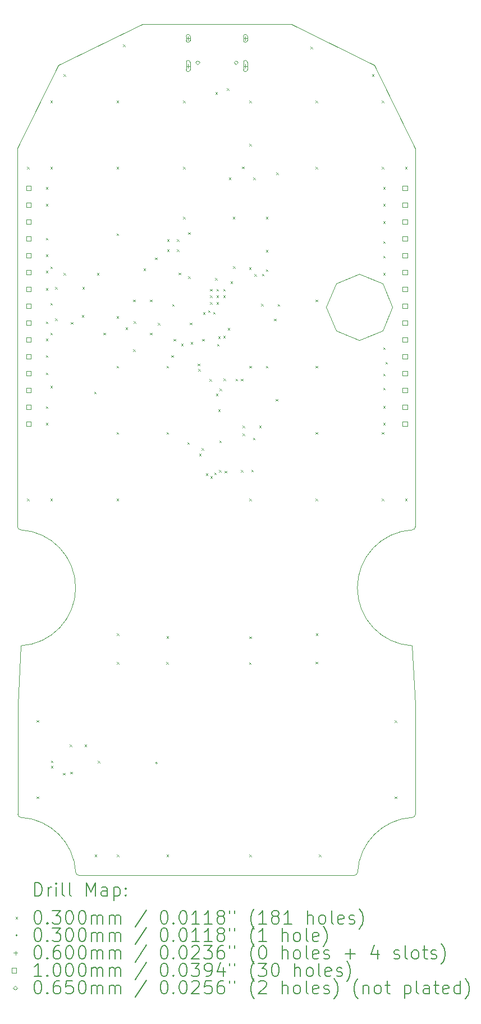
<source format=gbr>
%TF.GenerationSoftware,KiCad,Pcbnew,9.0.6*%
%TF.CreationDate,2026-01-10T23:28:02+00:00*%
%TF.ProjectId,P.P.B.T,502e502e-422e-4542-9e6b-696361645f70,rev?*%
%TF.SameCoordinates,Original*%
%TF.FileFunction,Drillmap*%
%TF.FilePolarity,Positive*%
%FSLAX45Y45*%
G04 Gerber Fmt 4.5, Leading zero omitted, Abs format (unit mm)*
G04 Created by KiCad (PCBNEW 9.0.6) date 2026-01-10 23:28:02*
%MOMM*%
%LPD*%
G01*
G04 APERTURE LIST*
%ADD10C,0.100000*%
%ADD11C,0.050000*%
%ADD12C,0.010000*%
%ADD13C,0.200000*%
G04 APERTURE END LIST*
D10*
X18329024Y-6301376D02*
X18682577Y-6447823D01*
D11*
X19173518Y-4409944D02*
X18554800Y-3153011D01*
X15060514Y-2534284D02*
X17297868Y-2534293D01*
D10*
X17829024Y-6801376D02*
X17975470Y-7154930D01*
D12*
X13223245Y-14496572D02*
G75*
G02*
X14049668Y-15322995I-47295J-873718D01*
G01*
X19173519Y-10110643D02*
G75*
G02*
X19126222Y-10160575I-50009J3D01*
G01*
X13220816Y-10160572D02*
G75*
G02*
X13220816Y-11908014I-47297J-873721D01*
G01*
X19173518Y-4409944D02*
X19173519Y-10110643D01*
D10*
X18329024Y-6301376D02*
X17975470Y-6447823D01*
D12*
X13223245Y-14496572D02*
G75*
G02*
X13175947Y-14447112I2705J49932D01*
G01*
D10*
X18682577Y-7154930D02*
X18329024Y-7301376D01*
X17829024Y-6801376D02*
X17975470Y-6447823D01*
D12*
X18302227Y-15322995D02*
G75*
G02*
X19128650Y-14496567I873723J-47295D01*
G01*
D10*
X17975470Y-7154930D02*
X18329024Y-7301376D01*
X18682577Y-7154930D02*
X18829024Y-6801376D01*
X18682577Y-6447823D02*
X18829024Y-6801376D01*
D11*
X17297868Y-2534293D02*
X18554800Y-3153011D01*
D12*
X19126221Y-11908013D02*
G75*
G02*
X19126221Y-10160573I47298J873720D01*
G01*
D11*
X13220816Y-11908013D02*
X13175948Y-12793943D01*
X13173510Y-4400600D02*
X13792236Y-3153008D01*
D12*
X19175948Y-12794422D02*
X19175948Y-14446643D01*
X13175948Y-12793943D02*
X13175948Y-14447112D01*
X13220816Y-10160572D02*
G75*
G02*
X13173517Y-10111112I2704J49932D01*
G01*
X13173510Y-4400600D02*
X13173519Y-10111112D01*
D11*
X13792235Y-3153008D02*
X15060514Y-2534284D01*
X19126221Y-11908013D02*
X19175948Y-12794422D01*
D12*
X18251829Y-15370293D02*
X14099598Y-15370293D01*
X19175948Y-14446643D02*
G75*
G02*
X19128650Y-14496574I-50008J3D01*
G01*
X18302227Y-15322995D02*
G75*
G02*
X18251829Y-15370288I-49927J2705D01*
G01*
X14099598Y-15370293D02*
G75*
G02*
X14049671Y-15322995I2J50003D01*
G01*
D13*
D10*
X13318300Y-4687529D02*
X13348300Y-4717529D01*
X13348300Y-4687529D02*
X13318300Y-4717529D01*
X13318300Y-9687529D02*
X13348300Y-9717529D01*
X13348300Y-9687529D02*
X13318300Y-9717529D01*
X13460714Y-13029474D02*
X13490714Y-13059474D01*
X13490714Y-13029474D02*
X13460714Y-13059474D01*
X13460714Y-14182003D02*
X13490714Y-14212003D01*
X13490714Y-14182003D02*
X13460714Y-14212003D01*
X13598300Y-4992529D02*
X13628300Y-5022529D01*
X13628300Y-4992529D02*
X13598300Y-5022529D01*
X13598300Y-5242529D02*
X13628300Y-5272529D01*
X13628300Y-5242529D02*
X13598300Y-5272529D01*
X13598300Y-5757529D02*
X13628300Y-5787529D01*
X13628300Y-5757529D02*
X13598300Y-5787529D01*
X13598300Y-6007529D02*
X13628300Y-6037529D01*
X13628300Y-6007529D02*
X13598300Y-6037529D01*
X13598300Y-6252529D02*
X13628300Y-6282529D01*
X13628300Y-6252529D02*
X13598300Y-6282529D01*
X13598300Y-6512529D02*
X13628300Y-6542529D01*
X13628300Y-6512529D02*
X13598300Y-6542529D01*
X13598300Y-7017529D02*
X13628300Y-7047529D01*
X13628300Y-7017529D02*
X13598300Y-7047529D01*
X13598300Y-7277529D02*
X13628300Y-7307529D01*
X13628300Y-7277529D02*
X13598300Y-7307529D01*
X13598300Y-7527529D02*
X13628300Y-7557529D01*
X13628300Y-7527529D02*
X13598300Y-7557529D01*
X13598300Y-7787529D02*
X13628300Y-7817529D01*
X13628300Y-7787529D02*
X13598300Y-7817529D01*
X13598300Y-8297529D02*
X13628300Y-8327529D01*
X13628300Y-8297529D02*
X13598300Y-8327529D01*
X13598300Y-8547529D02*
X13628300Y-8577529D01*
X13628300Y-8547529D02*
X13598300Y-8577529D01*
X13668300Y-3687529D02*
X13698300Y-3717529D01*
X13698300Y-3687529D02*
X13668300Y-3717529D01*
X13668300Y-4687529D02*
X13698300Y-4717529D01*
X13698300Y-4687529D02*
X13668300Y-4717529D01*
X13668300Y-6187529D02*
X13698300Y-6217529D01*
X13698300Y-6187529D02*
X13668300Y-6217529D01*
X13668300Y-6737529D02*
X13698300Y-6767529D01*
X13698300Y-6737529D02*
X13668300Y-6767529D01*
X13668300Y-7187529D02*
X13698300Y-7217529D01*
X13698300Y-7187529D02*
X13668300Y-7217529D01*
X13668300Y-7987529D02*
X13698300Y-8017529D01*
X13698300Y-7987529D02*
X13668300Y-8017529D01*
X13668300Y-9687529D02*
X13698300Y-9717529D01*
X13698300Y-9687529D02*
X13668300Y-9717529D01*
X13676588Y-13718507D02*
X13706588Y-13748507D01*
X13706588Y-13718507D02*
X13676588Y-13748507D01*
X13677729Y-13638515D02*
X13707729Y-13668515D01*
X13707729Y-13638515D02*
X13677729Y-13668515D01*
X13738300Y-6497529D02*
X13768300Y-6527529D01*
X13768300Y-6497529D02*
X13738300Y-6527529D01*
X13738300Y-6972529D02*
X13768300Y-7002529D01*
X13768300Y-6972529D02*
X13738300Y-7002529D01*
X13855729Y-13823529D02*
X13885729Y-13853529D01*
X13885729Y-13823529D02*
X13855729Y-13853529D01*
X13868300Y-3287529D02*
X13898300Y-3317529D01*
X13898300Y-3287529D02*
X13868300Y-3317529D01*
X13868300Y-6287529D02*
X13898300Y-6317529D01*
X13898300Y-6287529D02*
X13868300Y-6317529D01*
X13960729Y-13398529D02*
X13990729Y-13428529D01*
X13990729Y-13398529D02*
X13960729Y-13428529D01*
X13965729Y-13808529D02*
X13995729Y-13838529D01*
X13995729Y-13808529D02*
X13965729Y-13838529D01*
X13978300Y-7027529D02*
X14008300Y-7057529D01*
X14008300Y-7027529D02*
X13978300Y-7057529D01*
X14143300Y-6922529D02*
X14173300Y-6952529D01*
X14173300Y-6922529D02*
X14143300Y-6952529D01*
X14148300Y-6497529D02*
X14178300Y-6527529D01*
X14178300Y-6497529D02*
X14148300Y-6527529D01*
X14185729Y-13398529D02*
X14215729Y-13428529D01*
X14215729Y-13398529D02*
X14185729Y-13428529D01*
X14328300Y-8077529D02*
X14358300Y-8107529D01*
X14358300Y-8077529D02*
X14328300Y-8107529D01*
X14334654Y-15055534D02*
X14364654Y-15085534D01*
X14364654Y-15055534D02*
X14334654Y-15085534D01*
X14368300Y-6287529D02*
X14398300Y-6317529D01*
X14398300Y-6287529D02*
X14368300Y-6317529D01*
X14380729Y-13643529D02*
X14410729Y-13673529D01*
X14410729Y-13643529D02*
X14380729Y-13673529D01*
X14468300Y-7187529D02*
X14498300Y-7217529D01*
X14498300Y-7187529D02*
X14468300Y-7217529D01*
X14668300Y-3687529D02*
X14698300Y-3717529D01*
X14698300Y-3687529D02*
X14668300Y-3717529D01*
X14668300Y-4687529D02*
X14698300Y-4717529D01*
X14698300Y-4687529D02*
X14668300Y-4717529D01*
X14668300Y-5687529D02*
X14698300Y-5717529D01*
X14698300Y-5687529D02*
X14668300Y-5717529D01*
X14668300Y-6937529D02*
X14698300Y-6967529D01*
X14698300Y-6937529D02*
X14668300Y-6967529D01*
X14668300Y-7687529D02*
X14698300Y-7717529D01*
X14698300Y-7687529D02*
X14668300Y-7717529D01*
X14668300Y-8687529D02*
X14698300Y-8717529D01*
X14698300Y-8687529D02*
X14668300Y-8717529D01*
X14668300Y-9687529D02*
X14698300Y-9717529D01*
X14698300Y-9687529D02*
X14668300Y-9717529D01*
X14670729Y-11723529D02*
X14700729Y-11753529D01*
X14700729Y-11723529D02*
X14670729Y-11753529D01*
X14670729Y-12155534D02*
X14700729Y-12185534D01*
X14700729Y-12155534D02*
X14670729Y-12185534D01*
X14670729Y-15055534D02*
X14700729Y-15085534D01*
X14700729Y-15055534D02*
X14670729Y-15085534D01*
X14761729Y-2838529D02*
X14791729Y-2868529D01*
X14791729Y-2838529D02*
X14761729Y-2868529D01*
X14803300Y-7107529D02*
X14833300Y-7137529D01*
X14833300Y-7107529D02*
X14803300Y-7137529D01*
X14918300Y-6687529D02*
X14948300Y-6717529D01*
X14948300Y-6687529D02*
X14918300Y-6717529D01*
X14918300Y-7437529D02*
X14948300Y-7467529D01*
X14948300Y-7437529D02*
X14918300Y-7467529D01*
X14923300Y-7012529D02*
X14953300Y-7042529D01*
X14953300Y-7012529D02*
X14923300Y-7042529D01*
X15073300Y-6217529D02*
X15103300Y-6247529D01*
X15103300Y-6217529D02*
X15073300Y-6247529D01*
X15168300Y-6687529D02*
X15198300Y-6717529D01*
X15198300Y-6687529D02*
X15168300Y-6717529D01*
X15168300Y-7187529D02*
X15198300Y-7217529D01*
X15198300Y-7187529D02*
X15168300Y-7217529D01*
X15245874Y-6054955D02*
X15275874Y-6084955D01*
X15275874Y-6054955D02*
X15245874Y-6084955D01*
X15288300Y-7037529D02*
X15318300Y-7067529D01*
X15318300Y-7037529D02*
X15288300Y-7067529D01*
X15415729Y-12153529D02*
X15445729Y-12183529D01*
X15445729Y-12153529D02*
X15415729Y-12183529D01*
X15418300Y-7687529D02*
X15448300Y-7717529D01*
X15448300Y-7687529D02*
X15418300Y-7717529D01*
X15418300Y-8687529D02*
X15448300Y-8717529D01*
X15448300Y-8687529D02*
X15418300Y-8717529D01*
X15420729Y-11762000D02*
X15450729Y-11792000D01*
X15450729Y-11762000D02*
X15420729Y-11792000D01*
X15420729Y-15055534D02*
X15450729Y-15085534D01*
X15450729Y-15055534D02*
X15420729Y-15085534D01*
X15428300Y-5780029D02*
X15458300Y-5810029D01*
X15458300Y-5780029D02*
X15428300Y-5810029D01*
X15428300Y-5930029D02*
X15458300Y-5960029D01*
X15458300Y-5930029D02*
X15428300Y-5960029D01*
X15490300Y-7527529D02*
X15520300Y-7557529D01*
X15520300Y-7527529D02*
X15490300Y-7557529D01*
X15503300Y-6757529D02*
X15533300Y-6787529D01*
X15533300Y-6757529D02*
X15503300Y-6787529D01*
X15526187Y-7280415D02*
X15556187Y-7310415D01*
X15556187Y-7280415D02*
X15526187Y-7310415D01*
X15578300Y-5780029D02*
X15608300Y-5810029D01*
X15608300Y-5780029D02*
X15578300Y-5810029D01*
X15578300Y-5930029D02*
X15608300Y-5960029D01*
X15608300Y-5930029D02*
X15578300Y-5960029D01*
X15603300Y-6282529D02*
X15633300Y-6312529D01*
X15633300Y-6282529D02*
X15603300Y-6312529D01*
X15638500Y-7354428D02*
X15668500Y-7384428D01*
X15668500Y-7354428D02*
X15638500Y-7384428D01*
X15668300Y-3687529D02*
X15698300Y-3717529D01*
X15698300Y-3687529D02*
X15668300Y-3717529D01*
X15668300Y-4687529D02*
X15698300Y-4717529D01*
X15698300Y-4687529D02*
X15668300Y-4717529D01*
X15668300Y-5437529D02*
X15698300Y-5467529D01*
X15698300Y-5437529D02*
X15668300Y-5467529D01*
X15732042Y-8836878D02*
X15762042Y-8866878D01*
X15762042Y-8836878D02*
X15732042Y-8866878D01*
X15748300Y-5672529D02*
X15778300Y-5702529D01*
X15778300Y-5672529D02*
X15748300Y-5702529D01*
X15748300Y-6337529D02*
X15778300Y-6367529D01*
X15778300Y-6337529D02*
X15748300Y-6367529D01*
X15771187Y-7035415D02*
X15801187Y-7065415D01*
X15801187Y-7035415D02*
X15771187Y-7065415D01*
X15783500Y-7326928D02*
X15813500Y-7356928D01*
X15813500Y-7326928D02*
X15783500Y-7356928D01*
X15887727Y-7653230D02*
X15917727Y-7683230D01*
X15917727Y-7653230D02*
X15887727Y-7683230D01*
X15898300Y-7732529D02*
X15928300Y-7762529D01*
X15928300Y-7732529D02*
X15898300Y-7762529D01*
X15910800Y-9010029D02*
X15940800Y-9040029D01*
X15940800Y-9010029D02*
X15910800Y-9040029D01*
X15950479Y-8927850D02*
X15980479Y-8957850D01*
X15980479Y-8927850D02*
X15950479Y-8957850D01*
X15956000Y-7279428D02*
X15986000Y-7309428D01*
X15986000Y-7279428D02*
X15956000Y-7309428D01*
X15972186Y-6877152D02*
X16002186Y-6907152D01*
X16002186Y-6877152D02*
X15972186Y-6907152D01*
X16012301Y-9310529D02*
X16042301Y-9340529D01*
X16042301Y-9310529D02*
X16012301Y-9340529D01*
X16047156Y-6849231D02*
X16077156Y-6879231D01*
X16077156Y-6849231D02*
X16047156Y-6879231D01*
X16068300Y-7887529D02*
X16098300Y-7917529D01*
X16098300Y-7887529D02*
X16068300Y-7917529D01*
X16074201Y-6525629D02*
X16104201Y-6555629D01*
X16104201Y-6525629D02*
X16074201Y-6555629D01*
X16074201Y-6625629D02*
X16104201Y-6655629D01*
X16104201Y-6625629D02*
X16074201Y-6655629D01*
X16074201Y-6725629D02*
X16104201Y-6755629D01*
X16104201Y-6725629D02*
X16074201Y-6755629D01*
X16080563Y-9352245D02*
X16110563Y-9382245D01*
X16110563Y-9352245D02*
X16080563Y-9382245D01*
X16122645Y-6875716D02*
X16152645Y-6905716D01*
X16152645Y-6875716D02*
X16122645Y-6905716D01*
X16140451Y-9294621D02*
X16170451Y-9324621D01*
X16170451Y-9294621D02*
X16140451Y-9324621D01*
X16154685Y-6363535D02*
X16184685Y-6393535D01*
X16184685Y-6363535D02*
X16154685Y-6393535D01*
X16158300Y-3557529D02*
X16188300Y-3587529D01*
X16188300Y-3557529D02*
X16158300Y-3587529D01*
X16163300Y-8107529D02*
X16193300Y-8137529D01*
X16193300Y-8107529D02*
X16163300Y-8137529D01*
X16174201Y-6525629D02*
X16204201Y-6555629D01*
X16204201Y-6525629D02*
X16174201Y-6555629D01*
X16174201Y-6625629D02*
X16204201Y-6655629D01*
X16204201Y-6625629D02*
X16174201Y-6655629D01*
X16174201Y-6725629D02*
X16204201Y-6755629D01*
X16204201Y-6725629D02*
X16174201Y-6755629D01*
X16180902Y-7356829D02*
X16210902Y-7386829D01*
X16210902Y-7356829D02*
X16180902Y-7386829D01*
X16198300Y-7242529D02*
X16228300Y-7272529D01*
X16228300Y-7242529D02*
X16198300Y-7272529D01*
X16198500Y-8345029D02*
X16228500Y-8375029D01*
X16228500Y-8345029D02*
X16198500Y-8375029D01*
X16210623Y-9256203D02*
X16240623Y-9286203D01*
X16240623Y-9256203D02*
X16210623Y-9286203D01*
X16214743Y-8814629D02*
X16244743Y-8844629D01*
X16244743Y-8814629D02*
X16214743Y-8844629D01*
X16219105Y-8031343D02*
X16249105Y-8061343D01*
X16249105Y-8031343D02*
X16219105Y-8061343D01*
X16274201Y-6525629D02*
X16304201Y-6555629D01*
X16304201Y-6525629D02*
X16274201Y-6555629D01*
X16274201Y-6625629D02*
X16304201Y-6655629D01*
X16304201Y-6625629D02*
X16274201Y-6655629D01*
X16275702Y-7234930D02*
X16305702Y-7264930D01*
X16305702Y-7234930D02*
X16275702Y-7264930D01*
X16279900Y-7877529D02*
X16309900Y-7907529D01*
X16309900Y-7877529D02*
X16279900Y-7907529D01*
X16296031Y-9269501D02*
X16326031Y-9299501D01*
X16326031Y-9269501D02*
X16296031Y-9299501D01*
X16332200Y-3499579D02*
X16362200Y-3529579D01*
X16362200Y-3499579D02*
X16332200Y-3529579D01*
X16341484Y-7116685D02*
X16371484Y-7146685D01*
X16371484Y-7116685D02*
X16341484Y-7146685D01*
X16358300Y-4847529D02*
X16388300Y-4877529D01*
X16388300Y-4847529D02*
X16358300Y-4877529D01*
X16384101Y-6415050D02*
X16414101Y-6445050D01*
X16414101Y-6415050D02*
X16384101Y-6445050D01*
X16418300Y-5437529D02*
X16448300Y-5467529D01*
X16448300Y-5437529D02*
X16418300Y-5467529D01*
X16422404Y-6185833D02*
X16452404Y-6215833D01*
X16452404Y-6185833D02*
X16422404Y-6215833D01*
X16463300Y-7882529D02*
X16493300Y-7912529D01*
X16493300Y-7882529D02*
X16463300Y-7912529D01*
X16540145Y-9257508D02*
X16570145Y-9287508D01*
X16570145Y-9257508D02*
X16540145Y-9287508D01*
X16543301Y-7882529D02*
X16573301Y-7912529D01*
X16573301Y-7882529D02*
X16543301Y-7912529D01*
X16558300Y-4682529D02*
X16588300Y-4712529D01*
X16588300Y-4682529D02*
X16558300Y-4712529D01*
X16568300Y-8587529D02*
X16598300Y-8617529D01*
X16598300Y-8587529D02*
X16568300Y-8617529D01*
X16568300Y-8707529D02*
X16598300Y-8737529D01*
X16598300Y-8707529D02*
X16568300Y-8737529D01*
X16665729Y-12158529D02*
X16695729Y-12188529D01*
X16695729Y-12158529D02*
X16665729Y-12188529D01*
X16666045Y-6202389D02*
X16696045Y-6232389D01*
X16696045Y-6202389D02*
X16666045Y-6232389D01*
X16668300Y-3687529D02*
X16698300Y-3717529D01*
X16698300Y-3687529D02*
X16668300Y-3717529D01*
X16668300Y-4337529D02*
X16698300Y-4367529D01*
X16698300Y-4337529D02*
X16668300Y-4367529D01*
X16668300Y-7687529D02*
X16698300Y-7717529D01*
X16698300Y-7687529D02*
X16668300Y-7717529D01*
X16668300Y-9687529D02*
X16698300Y-9717529D01*
X16698300Y-9687529D02*
X16668300Y-9717529D01*
X16670729Y-11768000D02*
X16700729Y-11798000D01*
X16700729Y-11768000D02*
X16670729Y-11798000D01*
X16670729Y-15055534D02*
X16700729Y-15085534D01*
X16700729Y-15055534D02*
X16670729Y-15085534D01*
X16697716Y-9251841D02*
X16727716Y-9281841D01*
X16727716Y-9251841D02*
X16697716Y-9281841D01*
X16724300Y-8770529D02*
X16754300Y-8800529D01*
X16754300Y-8770529D02*
X16724300Y-8800529D01*
X16728300Y-4847529D02*
X16758300Y-4877529D01*
X16758300Y-4847529D02*
X16728300Y-4877529D01*
X16743300Y-6302529D02*
X16773300Y-6332529D01*
X16773300Y-6302529D02*
X16743300Y-6332529D01*
X16818300Y-8587529D02*
X16848300Y-8617529D01*
X16848300Y-8587529D02*
X16818300Y-8617529D01*
X16848300Y-6752529D02*
X16878300Y-6782529D01*
X16878300Y-6752529D02*
X16848300Y-6782529D01*
X16858300Y-6297529D02*
X16888300Y-6327529D01*
X16888300Y-6297529D02*
X16858300Y-6327529D01*
X16918300Y-5437529D02*
X16948300Y-5467529D01*
X16948300Y-5437529D02*
X16918300Y-5467529D01*
X16918300Y-5937529D02*
X16948300Y-5967529D01*
X16948300Y-5937529D02*
X16918300Y-5967529D01*
X16918300Y-6232529D02*
X16948300Y-6262529D01*
X16948300Y-6232529D02*
X16918300Y-6262529D01*
X16918300Y-7687529D02*
X16948300Y-7717529D01*
X16948300Y-7687529D02*
X16918300Y-7717529D01*
X17042300Y-6977529D02*
X17072300Y-7007529D01*
X17072300Y-6977529D02*
X17042300Y-7007529D01*
X17068300Y-8187529D02*
X17098300Y-8217529D01*
X17098300Y-8187529D02*
X17068300Y-8217529D01*
X17073300Y-4772529D02*
X17103300Y-4802529D01*
X17103300Y-4772529D02*
X17073300Y-4802529D01*
X17096300Y-6756529D02*
X17126300Y-6786529D01*
X17126300Y-6756529D02*
X17096300Y-6786529D01*
X17592729Y-2874529D02*
X17622729Y-2904529D01*
X17622729Y-2874529D02*
X17592729Y-2904529D01*
X17665729Y-12148529D02*
X17695729Y-12178529D01*
X17695729Y-12148529D02*
X17665729Y-12178529D01*
X17668300Y-3687529D02*
X17698300Y-3717529D01*
X17698300Y-3687529D02*
X17668300Y-3717529D01*
X17668300Y-4687529D02*
X17698300Y-4717529D01*
X17698300Y-4687529D02*
X17668300Y-4717529D01*
X17668300Y-6687529D02*
X17698300Y-6717529D01*
X17698300Y-6687529D02*
X17668300Y-6717529D01*
X17668300Y-7687529D02*
X17698300Y-7717529D01*
X17698300Y-7687529D02*
X17668300Y-7717529D01*
X17668300Y-8687529D02*
X17698300Y-8717529D01*
X17698300Y-8687529D02*
X17668300Y-8717529D01*
X17668300Y-9687529D02*
X17698300Y-9717529D01*
X17698300Y-9687529D02*
X17668300Y-9717529D01*
X17670729Y-11723529D02*
X17700729Y-11753529D01*
X17700729Y-11723529D02*
X17670729Y-11753529D01*
X17720729Y-15055534D02*
X17750729Y-15085534D01*
X17750729Y-15055534D02*
X17720729Y-15085534D01*
X18518300Y-3287529D02*
X18548300Y-3317529D01*
X18548300Y-3287529D02*
X18518300Y-3317529D01*
X18668300Y-3687529D02*
X18698300Y-3717529D01*
X18698300Y-3687529D02*
X18668300Y-3717529D01*
X18668300Y-4687529D02*
X18698300Y-4717529D01*
X18698300Y-4687529D02*
X18668300Y-4717529D01*
X18668300Y-8687529D02*
X18698300Y-8717529D01*
X18698300Y-8687529D02*
X18668300Y-8717529D01*
X18668300Y-9687529D02*
X18698300Y-9717529D01*
X18698300Y-9687529D02*
X18668300Y-9717529D01*
X18688300Y-4992529D02*
X18718300Y-5022529D01*
X18718300Y-4992529D02*
X18688300Y-5022529D01*
X18688300Y-5245292D02*
X18718300Y-5275292D01*
X18718300Y-5245292D02*
X18688300Y-5275292D01*
X18688300Y-5507529D02*
X18718300Y-5537529D01*
X18718300Y-5507529D02*
X18688300Y-5537529D01*
X18688300Y-5807529D02*
X18718300Y-5837529D01*
X18718300Y-5807529D02*
X18688300Y-5837529D01*
X18688300Y-6027529D02*
X18718300Y-6057529D01*
X18718300Y-6027529D02*
X18688300Y-6057529D01*
X18688300Y-6287529D02*
X18718300Y-6317529D01*
X18718300Y-6287529D02*
X18688300Y-6317529D01*
X18688300Y-7407529D02*
X18718300Y-7437529D01*
X18718300Y-7407529D02*
X18688300Y-7437529D01*
X18688300Y-7807529D02*
X18718300Y-7837529D01*
X18718300Y-7807529D02*
X18688300Y-7837529D01*
X18688300Y-8017529D02*
X18718300Y-8047529D01*
X18718300Y-8017529D02*
X18688300Y-8047529D01*
X18688300Y-8292529D02*
X18718300Y-8322529D01*
X18718300Y-8292529D02*
X18688300Y-8322529D01*
X18688300Y-8547529D02*
X18718300Y-8577529D01*
X18718300Y-8547529D02*
X18688300Y-8577529D01*
X18720300Y-7626529D02*
X18750300Y-7656529D01*
X18750300Y-7626529D02*
X18720300Y-7656529D01*
X18860715Y-13033543D02*
X18890715Y-13063543D01*
X18890715Y-13033543D02*
X18860715Y-13063543D01*
X18860715Y-14181594D02*
X18890715Y-14211594D01*
X18890715Y-14181594D02*
X18860715Y-14211594D01*
X19018300Y-4687529D02*
X19048300Y-4717529D01*
X19048300Y-4687529D02*
X19018300Y-4717529D01*
X19018300Y-9687529D02*
X19048300Y-9717529D01*
X19048300Y-9687529D02*
X19018300Y-9717529D01*
X15282979Y-13677534D02*
G75*
G02*
X15252979Y-13677534I-15000J0D01*
G01*
X15252979Y-13677534D02*
G75*
G02*
X15282979Y-13677534I15000J0D01*
G01*
X15746300Y-2717529D02*
X15746300Y-2777529D01*
X15716300Y-2747529D02*
X15776300Y-2747529D01*
X15776300Y-2777529D02*
X15776300Y-2717529D01*
X15716300Y-2717529D02*
G75*
G02*
X15776300Y-2717529I30000J0D01*
G01*
X15716300Y-2717529D02*
X15716300Y-2777529D01*
X15716300Y-2777529D02*
G75*
G03*
X15776300Y-2777529I30000J0D01*
G01*
X15746300Y-3135529D02*
X15746300Y-3195529D01*
X15716300Y-3165529D02*
X15776300Y-3165529D01*
X15776300Y-3220529D02*
X15776300Y-3110529D01*
X15716300Y-3110529D02*
G75*
G02*
X15776300Y-3110529I30000J0D01*
G01*
X15716300Y-3110529D02*
X15716300Y-3220529D01*
X15716300Y-3220529D02*
G75*
G03*
X15776300Y-3220529I30000J0D01*
G01*
X16610300Y-2717529D02*
X16610300Y-2777529D01*
X16580300Y-2747529D02*
X16640300Y-2747529D01*
X16640300Y-2777529D02*
X16640300Y-2717529D01*
X16580300Y-2717529D02*
G75*
G02*
X16640300Y-2717529I30000J0D01*
G01*
X16580300Y-2717529D02*
X16580300Y-2777529D01*
X16580300Y-2777529D02*
G75*
G03*
X16640300Y-2777529I30000J0D01*
G01*
X16610300Y-3135529D02*
X16610300Y-3195529D01*
X16580300Y-3165529D02*
X16640300Y-3165529D01*
X16640300Y-3220529D02*
X16640300Y-3110529D01*
X16580300Y-3110529D02*
G75*
G02*
X16640300Y-3110529I30000J0D01*
G01*
X16580300Y-3110529D02*
X16580300Y-3220529D01*
X16580300Y-3220529D02*
G75*
G03*
X16640300Y-3220529I30000J0D01*
G01*
X13376156Y-5041882D02*
X13376156Y-4971170D01*
X13305445Y-4971170D01*
X13305445Y-5041882D01*
X13376156Y-5041882D01*
X13376156Y-5295882D02*
X13376156Y-5225170D01*
X13305445Y-5225170D01*
X13305445Y-5295882D01*
X13376156Y-5295882D01*
X13376156Y-5549882D02*
X13376156Y-5479170D01*
X13305445Y-5479170D01*
X13305445Y-5549882D01*
X13376156Y-5549882D01*
X13376156Y-5803882D02*
X13376156Y-5733170D01*
X13305445Y-5733170D01*
X13305445Y-5803882D01*
X13376156Y-5803882D01*
X13376156Y-6057882D02*
X13376156Y-5987170D01*
X13305445Y-5987170D01*
X13305445Y-6057882D01*
X13376156Y-6057882D01*
X13376156Y-6311882D02*
X13376156Y-6241170D01*
X13305445Y-6241170D01*
X13305445Y-6311882D01*
X13376156Y-6311882D01*
X13376156Y-6565882D02*
X13376156Y-6495170D01*
X13305445Y-6495170D01*
X13305445Y-6565882D01*
X13376156Y-6565882D01*
X13376156Y-6819882D02*
X13376156Y-6749170D01*
X13305445Y-6749170D01*
X13305445Y-6819882D01*
X13376156Y-6819882D01*
X13376156Y-7073882D02*
X13376156Y-7003170D01*
X13305445Y-7003170D01*
X13305445Y-7073882D01*
X13376156Y-7073882D01*
X13376156Y-7327882D02*
X13376156Y-7257170D01*
X13305445Y-7257170D01*
X13305445Y-7327882D01*
X13376156Y-7327882D01*
X13376156Y-7581882D02*
X13376156Y-7511170D01*
X13305445Y-7511170D01*
X13305445Y-7581882D01*
X13376156Y-7581882D01*
X13376156Y-7835882D02*
X13376156Y-7765170D01*
X13305445Y-7765170D01*
X13305445Y-7835882D01*
X13376156Y-7835882D01*
X13376156Y-8089882D02*
X13376156Y-8019170D01*
X13305445Y-8019170D01*
X13305445Y-8089882D01*
X13376156Y-8089882D01*
X13376156Y-8343882D02*
X13376156Y-8273170D01*
X13305445Y-8273170D01*
X13305445Y-8343882D01*
X13376156Y-8343882D01*
X13376156Y-8597882D02*
X13376156Y-8527170D01*
X13305445Y-8527170D01*
X13305445Y-8597882D01*
X13376156Y-8597882D01*
X19051156Y-5041647D02*
X19051156Y-4970936D01*
X18980445Y-4970936D01*
X18980445Y-5041647D01*
X19051156Y-5041647D01*
X19051156Y-5295647D02*
X19051156Y-5224936D01*
X18980445Y-5224936D01*
X18980445Y-5295647D01*
X19051156Y-5295647D01*
X19051156Y-5549647D02*
X19051156Y-5478936D01*
X18980445Y-5478936D01*
X18980445Y-5549647D01*
X19051156Y-5549647D01*
X19051156Y-5803647D02*
X19051156Y-5732936D01*
X18980445Y-5732936D01*
X18980445Y-5803647D01*
X19051156Y-5803647D01*
X19051156Y-6057647D02*
X19051156Y-5986936D01*
X18980445Y-5986936D01*
X18980445Y-6057647D01*
X19051156Y-6057647D01*
X19051156Y-6311647D02*
X19051156Y-6240936D01*
X18980445Y-6240936D01*
X18980445Y-6311647D01*
X19051156Y-6311647D01*
X19051156Y-6565647D02*
X19051156Y-6494936D01*
X18980445Y-6494936D01*
X18980445Y-6565647D01*
X19051156Y-6565647D01*
X19051156Y-6819647D02*
X19051156Y-6748936D01*
X18980445Y-6748936D01*
X18980445Y-6819647D01*
X19051156Y-6819647D01*
X19051156Y-7073647D02*
X19051156Y-7002936D01*
X18980445Y-7002936D01*
X18980445Y-7073647D01*
X19051156Y-7073647D01*
X19051156Y-7327647D02*
X19051156Y-7256936D01*
X18980445Y-7256936D01*
X18980445Y-7327647D01*
X19051156Y-7327647D01*
X19051156Y-7581647D02*
X19051156Y-7510936D01*
X18980445Y-7510936D01*
X18980445Y-7581647D01*
X19051156Y-7581647D01*
X19051156Y-7835647D02*
X19051156Y-7764936D01*
X18980445Y-7764936D01*
X18980445Y-7835647D01*
X19051156Y-7835647D01*
X19051156Y-8089647D02*
X19051156Y-8018936D01*
X18980445Y-8018936D01*
X18980445Y-8089647D01*
X19051156Y-8089647D01*
X19051156Y-8343647D02*
X19051156Y-8272936D01*
X18980445Y-8272936D01*
X18980445Y-8343647D01*
X19051156Y-8343647D01*
X19051156Y-8597647D02*
X19051156Y-8526936D01*
X18980445Y-8526936D01*
X18980445Y-8597647D01*
X19051156Y-8597647D01*
X15889300Y-3145029D02*
X15921800Y-3112529D01*
X15889300Y-3080029D01*
X15856800Y-3112529D01*
X15889300Y-3145029D01*
X16467300Y-3145029D02*
X16499800Y-3112529D01*
X16467300Y-3080029D01*
X16434800Y-3112529D01*
X16467300Y-3145029D01*
D13*
X13431787Y-15682276D02*
X13431787Y-15482276D01*
X13431787Y-15482276D02*
X13479406Y-15482276D01*
X13479406Y-15482276D02*
X13507978Y-15491800D01*
X13507978Y-15491800D02*
X13527025Y-15510848D01*
X13527025Y-15510848D02*
X13536549Y-15529895D01*
X13536549Y-15529895D02*
X13546073Y-15567991D01*
X13546073Y-15567991D02*
X13546073Y-15596562D01*
X13546073Y-15596562D02*
X13536549Y-15634657D01*
X13536549Y-15634657D02*
X13527025Y-15653705D01*
X13527025Y-15653705D02*
X13507978Y-15672753D01*
X13507978Y-15672753D02*
X13479406Y-15682276D01*
X13479406Y-15682276D02*
X13431787Y-15682276D01*
X13631787Y-15682276D02*
X13631787Y-15548943D01*
X13631787Y-15587038D02*
X13641311Y-15567991D01*
X13641311Y-15567991D02*
X13650835Y-15558467D01*
X13650835Y-15558467D02*
X13669882Y-15548943D01*
X13669882Y-15548943D02*
X13688930Y-15548943D01*
X13755597Y-15682276D02*
X13755597Y-15548943D01*
X13755597Y-15482276D02*
X13746073Y-15491800D01*
X13746073Y-15491800D02*
X13755597Y-15501324D01*
X13755597Y-15501324D02*
X13765120Y-15491800D01*
X13765120Y-15491800D02*
X13755597Y-15482276D01*
X13755597Y-15482276D02*
X13755597Y-15501324D01*
X13879406Y-15682276D02*
X13860359Y-15672753D01*
X13860359Y-15672753D02*
X13850835Y-15653705D01*
X13850835Y-15653705D02*
X13850835Y-15482276D01*
X13984168Y-15682276D02*
X13965120Y-15672753D01*
X13965120Y-15672753D02*
X13955597Y-15653705D01*
X13955597Y-15653705D02*
X13955597Y-15482276D01*
X14212740Y-15682276D02*
X14212740Y-15482276D01*
X14212740Y-15482276D02*
X14279406Y-15625133D01*
X14279406Y-15625133D02*
X14346073Y-15482276D01*
X14346073Y-15482276D02*
X14346073Y-15682276D01*
X14527025Y-15682276D02*
X14527025Y-15577514D01*
X14527025Y-15577514D02*
X14517501Y-15558467D01*
X14517501Y-15558467D02*
X14498454Y-15548943D01*
X14498454Y-15548943D02*
X14460359Y-15548943D01*
X14460359Y-15548943D02*
X14441311Y-15558467D01*
X14527025Y-15672753D02*
X14507978Y-15682276D01*
X14507978Y-15682276D02*
X14460359Y-15682276D01*
X14460359Y-15682276D02*
X14441311Y-15672753D01*
X14441311Y-15672753D02*
X14431787Y-15653705D01*
X14431787Y-15653705D02*
X14431787Y-15634657D01*
X14431787Y-15634657D02*
X14441311Y-15615610D01*
X14441311Y-15615610D02*
X14460359Y-15606086D01*
X14460359Y-15606086D02*
X14507978Y-15606086D01*
X14507978Y-15606086D02*
X14527025Y-15596562D01*
X14622263Y-15548943D02*
X14622263Y-15748943D01*
X14622263Y-15558467D02*
X14641311Y-15548943D01*
X14641311Y-15548943D02*
X14679406Y-15548943D01*
X14679406Y-15548943D02*
X14698454Y-15558467D01*
X14698454Y-15558467D02*
X14707978Y-15567991D01*
X14707978Y-15567991D02*
X14717501Y-15587038D01*
X14717501Y-15587038D02*
X14717501Y-15644181D01*
X14717501Y-15644181D02*
X14707978Y-15663229D01*
X14707978Y-15663229D02*
X14698454Y-15672753D01*
X14698454Y-15672753D02*
X14679406Y-15682276D01*
X14679406Y-15682276D02*
X14641311Y-15682276D01*
X14641311Y-15682276D02*
X14622263Y-15672753D01*
X14803216Y-15663229D02*
X14812740Y-15672753D01*
X14812740Y-15672753D02*
X14803216Y-15682276D01*
X14803216Y-15682276D02*
X14793692Y-15672753D01*
X14793692Y-15672753D02*
X14803216Y-15663229D01*
X14803216Y-15663229D02*
X14803216Y-15682276D01*
X14803216Y-15558467D02*
X14812740Y-15567991D01*
X14812740Y-15567991D02*
X14803216Y-15577514D01*
X14803216Y-15577514D02*
X14793692Y-15567991D01*
X14793692Y-15567991D02*
X14803216Y-15558467D01*
X14803216Y-15558467D02*
X14803216Y-15577514D01*
D10*
X13141010Y-15995793D02*
X13171010Y-16025793D01*
X13171010Y-15995793D02*
X13141010Y-16025793D01*
D13*
X13469882Y-15902276D02*
X13488930Y-15902276D01*
X13488930Y-15902276D02*
X13507978Y-15911800D01*
X13507978Y-15911800D02*
X13517501Y-15921324D01*
X13517501Y-15921324D02*
X13527025Y-15940372D01*
X13527025Y-15940372D02*
X13536549Y-15978467D01*
X13536549Y-15978467D02*
X13536549Y-16026086D01*
X13536549Y-16026086D02*
X13527025Y-16064181D01*
X13527025Y-16064181D02*
X13517501Y-16083229D01*
X13517501Y-16083229D02*
X13507978Y-16092753D01*
X13507978Y-16092753D02*
X13488930Y-16102276D01*
X13488930Y-16102276D02*
X13469882Y-16102276D01*
X13469882Y-16102276D02*
X13450835Y-16092753D01*
X13450835Y-16092753D02*
X13441311Y-16083229D01*
X13441311Y-16083229D02*
X13431787Y-16064181D01*
X13431787Y-16064181D02*
X13422263Y-16026086D01*
X13422263Y-16026086D02*
X13422263Y-15978467D01*
X13422263Y-15978467D02*
X13431787Y-15940372D01*
X13431787Y-15940372D02*
X13441311Y-15921324D01*
X13441311Y-15921324D02*
X13450835Y-15911800D01*
X13450835Y-15911800D02*
X13469882Y-15902276D01*
X13622263Y-16083229D02*
X13631787Y-16092753D01*
X13631787Y-16092753D02*
X13622263Y-16102276D01*
X13622263Y-16102276D02*
X13612740Y-16092753D01*
X13612740Y-16092753D02*
X13622263Y-16083229D01*
X13622263Y-16083229D02*
X13622263Y-16102276D01*
X13698454Y-15902276D02*
X13822263Y-15902276D01*
X13822263Y-15902276D02*
X13755597Y-15978467D01*
X13755597Y-15978467D02*
X13784168Y-15978467D01*
X13784168Y-15978467D02*
X13803216Y-15987991D01*
X13803216Y-15987991D02*
X13812740Y-15997514D01*
X13812740Y-15997514D02*
X13822263Y-16016562D01*
X13822263Y-16016562D02*
X13822263Y-16064181D01*
X13822263Y-16064181D02*
X13812740Y-16083229D01*
X13812740Y-16083229D02*
X13803216Y-16092753D01*
X13803216Y-16092753D02*
X13784168Y-16102276D01*
X13784168Y-16102276D02*
X13727025Y-16102276D01*
X13727025Y-16102276D02*
X13707978Y-16092753D01*
X13707978Y-16092753D02*
X13698454Y-16083229D01*
X13946073Y-15902276D02*
X13965121Y-15902276D01*
X13965121Y-15902276D02*
X13984168Y-15911800D01*
X13984168Y-15911800D02*
X13993692Y-15921324D01*
X13993692Y-15921324D02*
X14003216Y-15940372D01*
X14003216Y-15940372D02*
X14012740Y-15978467D01*
X14012740Y-15978467D02*
X14012740Y-16026086D01*
X14012740Y-16026086D02*
X14003216Y-16064181D01*
X14003216Y-16064181D02*
X13993692Y-16083229D01*
X13993692Y-16083229D02*
X13984168Y-16092753D01*
X13984168Y-16092753D02*
X13965121Y-16102276D01*
X13965121Y-16102276D02*
X13946073Y-16102276D01*
X13946073Y-16102276D02*
X13927025Y-16092753D01*
X13927025Y-16092753D02*
X13917501Y-16083229D01*
X13917501Y-16083229D02*
X13907978Y-16064181D01*
X13907978Y-16064181D02*
X13898454Y-16026086D01*
X13898454Y-16026086D02*
X13898454Y-15978467D01*
X13898454Y-15978467D02*
X13907978Y-15940372D01*
X13907978Y-15940372D02*
X13917501Y-15921324D01*
X13917501Y-15921324D02*
X13927025Y-15911800D01*
X13927025Y-15911800D02*
X13946073Y-15902276D01*
X14136549Y-15902276D02*
X14155597Y-15902276D01*
X14155597Y-15902276D02*
X14174644Y-15911800D01*
X14174644Y-15911800D02*
X14184168Y-15921324D01*
X14184168Y-15921324D02*
X14193692Y-15940372D01*
X14193692Y-15940372D02*
X14203216Y-15978467D01*
X14203216Y-15978467D02*
X14203216Y-16026086D01*
X14203216Y-16026086D02*
X14193692Y-16064181D01*
X14193692Y-16064181D02*
X14184168Y-16083229D01*
X14184168Y-16083229D02*
X14174644Y-16092753D01*
X14174644Y-16092753D02*
X14155597Y-16102276D01*
X14155597Y-16102276D02*
X14136549Y-16102276D01*
X14136549Y-16102276D02*
X14117501Y-16092753D01*
X14117501Y-16092753D02*
X14107978Y-16083229D01*
X14107978Y-16083229D02*
X14098454Y-16064181D01*
X14098454Y-16064181D02*
X14088930Y-16026086D01*
X14088930Y-16026086D02*
X14088930Y-15978467D01*
X14088930Y-15978467D02*
X14098454Y-15940372D01*
X14098454Y-15940372D02*
X14107978Y-15921324D01*
X14107978Y-15921324D02*
X14117501Y-15911800D01*
X14117501Y-15911800D02*
X14136549Y-15902276D01*
X14288930Y-16102276D02*
X14288930Y-15968943D01*
X14288930Y-15987991D02*
X14298454Y-15978467D01*
X14298454Y-15978467D02*
X14317501Y-15968943D01*
X14317501Y-15968943D02*
X14346073Y-15968943D01*
X14346073Y-15968943D02*
X14365121Y-15978467D01*
X14365121Y-15978467D02*
X14374644Y-15997514D01*
X14374644Y-15997514D02*
X14374644Y-16102276D01*
X14374644Y-15997514D02*
X14384168Y-15978467D01*
X14384168Y-15978467D02*
X14403216Y-15968943D01*
X14403216Y-15968943D02*
X14431787Y-15968943D01*
X14431787Y-15968943D02*
X14450835Y-15978467D01*
X14450835Y-15978467D02*
X14460359Y-15997514D01*
X14460359Y-15997514D02*
X14460359Y-16102276D01*
X14555597Y-16102276D02*
X14555597Y-15968943D01*
X14555597Y-15987991D02*
X14565121Y-15978467D01*
X14565121Y-15978467D02*
X14584168Y-15968943D01*
X14584168Y-15968943D02*
X14612740Y-15968943D01*
X14612740Y-15968943D02*
X14631787Y-15978467D01*
X14631787Y-15978467D02*
X14641311Y-15997514D01*
X14641311Y-15997514D02*
X14641311Y-16102276D01*
X14641311Y-15997514D02*
X14650835Y-15978467D01*
X14650835Y-15978467D02*
X14669882Y-15968943D01*
X14669882Y-15968943D02*
X14698454Y-15968943D01*
X14698454Y-15968943D02*
X14717502Y-15978467D01*
X14717502Y-15978467D02*
X14727025Y-15997514D01*
X14727025Y-15997514D02*
X14727025Y-16102276D01*
X15117502Y-15892753D02*
X14946073Y-16149895D01*
X15374644Y-15902276D02*
X15393692Y-15902276D01*
X15393692Y-15902276D02*
X15412740Y-15911800D01*
X15412740Y-15911800D02*
X15422264Y-15921324D01*
X15422264Y-15921324D02*
X15431787Y-15940372D01*
X15431787Y-15940372D02*
X15441311Y-15978467D01*
X15441311Y-15978467D02*
X15441311Y-16026086D01*
X15441311Y-16026086D02*
X15431787Y-16064181D01*
X15431787Y-16064181D02*
X15422264Y-16083229D01*
X15422264Y-16083229D02*
X15412740Y-16092753D01*
X15412740Y-16092753D02*
X15393692Y-16102276D01*
X15393692Y-16102276D02*
X15374644Y-16102276D01*
X15374644Y-16102276D02*
X15355597Y-16092753D01*
X15355597Y-16092753D02*
X15346073Y-16083229D01*
X15346073Y-16083229D02*
X15336549Y-16064181D01*
X15336549Y-16064181D02*
X15327025Y-16026086D01*
X15327025Y-16026086D02*
X15327025Y-15978467D01*
X15327025Y-15978467D02*
X15336549Y-15940372D01*
X15336549Y-15940372D02*
X15346073Y-15921324D01*
X15346073Y-15921324D02*
X15355597Y-15911800D01*
X15355597Y-15911800D02*
X15374644Y-15902276D01*
X15527025Y-16083229D02*
X15536549Y-16092753D01*
X15536549Y-16092753D02*
X15527025Y-16102276D01*
X15527025Y-16102276D02*
X15517502Y-16092753D01*
X15517502Y-16092753D02*
X15527025Y-16083229D01*
X15527025Y-16083229D02*
X15527025Y-16102276D01*
X15660359Y-15902276D02*
X15679406Y-15902276D01*
X15679406Y-15902276D02*
X15698454Y-15911800D01*
X15698454Y-15911800D02*
X15707978Y-15921324D01*
X15707978Y-15921324D02*
X15717502Y-15940372D01*
X15717502Y-15940372D02*
X15727025Y-15978467D01*
X15727025Y-15978467D02*
X15727025Y-16026086D01*
X15727025Y-16026086D02*
X15717502Y-16064181D01*
X15717502Y-16064181D02*
X15707978Y-16083229D01*
X15707978Y-16083229D02*
X15698454Y-16092753D01*
X15698454Y-16092753D02*
X15679406Y-16102276D01*
X15679406Y-16102276D02*
X15660359Y-16102276D01*
X15660359Y-16102276D02*
X15641311Y-16092753D01*
X15641311Y-16092753D02*
X15631787Y-16083229D01*
X15631787Y-16083229D02*
X15622264Y-16064181D01*
X15622264Y-16064181D02*
X15612740Y-16026086D01*
X15612740Y-16026086D02*
X15612740Y-15978467D01*
X15612740Y-15978467D02*
X15622264Y-15940372D01*
X15622264Y-15940372D02*
X15631787Y-15921324D01*
X15631787Y-15921324D02*
X15641311Y-15911800D01*
X15641311Y-15911800D02*
X15660359Y-15902276D01*
X15917502Y-16102276D02*
X15803216Y-16102276D01*
X15860359Y-16102276D02*
X15860359Y-15902276D01*
X15860359Y-15902276D02*
X15841311Y-15930848D01*
X15841311Y-15930848D02*
X15822264Y-15949895D01*
X15822264Y-15949895D02*
X15803216Y-15959419D01*
X16107978Y-16102276D02*
X15993692Y-16102276D01*
X16050835Y-16102276D02*
X16050835Y-15902276D01*
X16050835Y-15902276D02*
X16031787Y-15930848D01*
X16031787Y-15930848D02*
X16012740Y-15949895D01*
X16012740Y-15949895D02*
X15993692Y-15959419D01*
X16222264Y-15987991D02*
X16203216Y-15978467D01*
X16203216Y-15978467D02*
X16193692Y-15968943D01*
X16193692Y-15968943D02*
X16184168Y-15949895D01*
X16184168Y-15949895D02*
X16184168Y-15940372D01*
X16184168Y-15940372D02*
X16193692Y-15921324D01*
X16193692Y-15921324D02*
X16203216Y-15911800D01*
X16203216Y-15911800D02*
X16222264Y-15902276D01*
X16222264Y-15902276D02*
X16260359Y-15902276D01*
X16260359Y-15902276D02*
X16279406Y-15911800D01*
X16279406Y-15911800D02*
X16288930Y-15921324D01*
X16288930Y-15921324D02*
X16298454Y-15940372D01*
X16298454Y-15940372D02*
X16298454Y-15949895D01*
X16298454Y-15949895D02*
X16288930Y-15968943D01*
X16288930Y-15968943D02*
X16279406Y-15978467D01*
X16279406Y-15978467D02*
X16260359Y-15987991D01*
X16260359Y-15987991D02*
X16222264Y-15987991D01*
X16222264Y-15987991D02*
X16203216Y-15997514D01*
X16203216Y-15997514D02*
X16193692Y-16007038D01*
X16193692Y-16007038D02*
X16184168Y-16026086D01*
X16184168Y-16026086D02*
X16184168Y-16064181D01*
X16184168Y-16064181D02*
X16193692Y-16083229D01*
X16193692Y-16083229D02*
X16203216Y-16092753D01*
X16203216Y-16092753D02*
X16222264Y-16102276D01*
X16222264Y-16102276D02*
X16260359Y-16102276D01*
X16260359Y-16102276D02*
X16279406Y-16092753D01*
X16279406Y-16092753D02*
X16288930Y-16083229D01*
X16288930Y-16083229D02*
X16298454Y-16064181D01*
X16298454Y-16064181D02*
X16298454Y-16026086D01*
X16298454Y-16026086D02*
X16288930Y-16007038D01*
X16288930Y-16007038D02*
X16279406Y-15997514D01*
X16279406Y-15997514D02*
X16260359Y-15987991D01*
X16374645Y-15902276D02*
X16374645Y-15940372D01*
X16450835Y-15902276D02*
X16450835Y-15940372D01*
X16746073Y-16178467D02*
X16736549Y-16168943D01*
X16736549Y-16168943D02*
X16717502Y-16140372D01*
X16717502Y-16140372D02*
X16707978Y-16121324D01*
X16707978Y-16121324D02*
X16698454Y-16092753D01*
X16698454Y-16092753D02*
X16688930Y-16045133D01*
X16688930Y-16045133D02*
X16688930Y-16007038D01*
X16688930Y-16007038D02*
X16698454Y-15959419D01*
X16698454Y-15959419D02*
X16707978Y-15930848D01*
X16707978Y-15930848D02*
X16717502Y-15911800D01*
X16717502Y-15911800D02*
X16736549Y-15883229D01*
X16736549Y-15883229D02*
X16746073Y-15873705D01*
X16927026Y-16102276D02*
X16812740Y-16102276D01*
X16869883Y-16102276D02*
X16869883Y-15902276D01*
X16869883Y-15902276D02*
X16850835Y-15930848D01*
X16850835Y-15930848D02*
X16831788Y-15949895D01*
X16831788Y-15949895D02*
X16812740Y-15959419D01*
X17041311Y-15987991D02*
X17022264Y-15978467D01*
X17022264Y-15978467D02*
X17012740Y-15968943D01*
X17012740Y-15968943D02*
X17003216Y-15949895D01*
X17003216Y-15949895D02*
X17003216Y-15940372D01*
X17003216Y-15940372D02*
X17012740Y-15921324D01*
X17012740Y-15921324D02*
X17022264Y-15911800D01*
X17022264Y-15911800D02*
X17041311Y-15902276D01*
X17041311Y-15902276D02*
X17079407Y-15902276D01*
X17079407Y-15902276D02*
X17098454Y-15911800D01*
X17098454Y-15911800D02*
X17107978Y-15921324D01*
X17107978Y-15921324D02*
X17117502Y-15940372D01*
X17117502Y-15940372D02*
X17117502Y-15949895D01*
X17117502Y-15949895D02*
X17107978Y-15968943D01*
X17107978Y-15968943D02*
X17098454Y-15978467D01*
X17098454Y-15978467D02*
X17079407Y-15987991D01*
X17079407Y-15987991D02*
X17041311Y-15987991D01*
X17041311Y-15987991D02*
X17022264Y-15997514D01*
X17022264Y-15997514D02*
X17012740Y-16007038D01*
X17012740Y-16007038D02*
X17003216Y-16026086D01*
X17003216Y-16026086D02*
X17003216Y-16064181D01*
X17003216Y-16064181D02*
X17012740Y-16083229D01*
X17012740Y-16083229D02*
X17022264Y-16092753D01*
X17022264Y-16092753D02*
X17041311Y-16102276D01*
X17041311Y-16102276D02*
X17079407Y-16102276D01*
X17079407Y-16102276D02*
X17098454Y-16092753D01*
X17098454Y-16092753D02*
X17107978Y-16083229D01*
X17107978Y-16083229D02*
X17117502Y-16064181D01*
X17117502Y-16064181D02*
X17117502Y-16026086D01*
X17117502Y-16026086D02*
X17107978Y-16007038D01*
X17107978Y-16007038D02*
X17098454Y-15997514D01*
X17098454Y-15997514D02*
X17079407Y-15987991D01*
X17307978Y-16102276D02*
X17193692Y-16102276D01*
X17250835Y-16102276D02*
X17250835Y-15902276D01*
X17250835Y-15902276D02*
X17231788Y-15930848D01*
X17231788Y-15930848D02*
X17212740Y-15949895D01*
X17212740Y-15949895D02*
X17193692Y-15959419D01*
X17546073Y-16102276D02*
X17546073Y-15902276D01*
X17631788Y-16102276D02*
X17631788Y-15997514D01*
X17631788Y-15997514D02*
X17622264Y-15978467D01*
X17622264Y-15978467D02*
X17603216Y-15968943D01*
X17603216Y-15968943D02*
X17574645Y-15968943D01*
X17574645Y-15968943D02*
X17555597Y-15978467D01*
X17555597Y-15978467D02*
X17546073Y-15987991D01*
X17755597Y-16102276D02*
X17736550Y-16092753D01*
X17736550Y-16092753D02*
X17727026Y-16083229D01*
X17727026Y-16083229D02*
X17717502Y-16064181D01*
X17717502Y-16064181D02*
X17717502Y-16007038D01*
X17717502Y-16007038D02*
X17727026Y-15987991D01*
X17727026Y-15987991D02*
X17736550Y-15978467D01*
X17736550Y-15978467D02*
X17755597Y-15968943D01*
X17755597Y-15968943D02*
X17784169Y-15968943D01*
X17784169Y-15968943D02*
X17803216Y-15978467D01*
X17803216Y-15978467D02*
X17812740Y-15987991D01*
X17812740Y-15987991D02*
X17822264Y-16007038D01*
X17822264Y-16007038D02*
X17822264Y-16064181D01*
X17822264Y-16064181D02*
X17812740Y-16083229D01*
X17812740Y-16083229D02*
X17803216Y-16092753D01*
X17803216Y-16092753D02*
X17784169Y-16102276D01*
X17784169Y-16102276D02*
X17755597Y-16102276D01*
X17936550Y-16102276D02*
X17917502Y-16092753D01*
X17917502Y-16092753D02*
X17907978Y-16073705D01*
X17907978Y-16073705D02*
X17907978Y-15902276D01*
X18088931Y-16092753D02*
X18069883Y-16102276D01*
X18069883Y-16102276D02*
X18031788Y-16102276D01*
X18031788Y-16102276D02*
X18012740Y-16092753D01*
X18012740Y-16092753D02*
X18003216Y-16073705D01*
X18003216Y-16073705D02*
X18003216Y-15997514D01*
X18003216Y-15997514D02*
X18012740Y-15978467D01*
X18012740Y-15978467D02*
X18031788Y-15968943D01*
X18031788Y-15968943D02*
X18069883Y-15968943D01*
X18069883Y-15968943D02*
X18088931Y-15978467D01*
X18088931Y-15978467D02*
X18098454Y-15997514D01*
X18098454Y-15997514D02*
X18098454Y-16016562D01*
X18098454Y-16016562D02*
X18003216Y-16035610D01*
X18174645Y-16092753D02*
X18193692Y-16102276D01*
X18193692Y-16102276D02*
X18231788Y-16102276D01*
X18231788Y-16102276D02*
X18250835Y-16092753D01*
X18250835Y-16092753D02*
X18260359Y-16073705D01*
X18260359Y-16073705D02*
X18260359Y-16064181D01*
X18260359Y-16064181D02*
X18250835Y-16045133D01*
X18250835Y-16045133D02*
X18231788Y-16035610D01*
X18231788Y-16035610D02*
X18203216Y-16035610D01*
X18203216Y-16035610D02*
X18184169Y-16026086D01*
X18184169Y-16026086D02*
X18174645Y-16007038D01*
X18174645Y-16007038D02*
X18174645Y-15997514D01*
X18174645Y-15997514D02*
X18184169Y-15978467D01*
X18184169Y-15978467D02*
X18203216Y-15968943D01*
X18203216Y-15968943D02*
X18231788Y-15968943D01*
X18231788Y-15968943D02*
X18250835Y-15978467D01*
X18327026Y-16178467D02*
X18336550Y-16168943D01*
X18336550Y-16168943D02*
X18355597Y-16140372D01*
X18355597Y-16140372D02*
X18365121Y-16121324D01*
X18365121Y-16121324D02*
X18374645Y-16092753D01*
X18374645Y-16092753D02*
X18384169Y-16045133D01*
X18384169Y-16045133D02*
X18384169Y-16007038D01*
X18384169Y-16007038D02*
X18374645Y-15959419D01*
X18374645Y-15959419D02*
X18365121Y-15930848D01*
X18365121Y-15930848D02*
X18355597Y-15911800D01*
X18355597Y-15911800D02*
X18336550Y-15883229D01*
X18336550Y-15883229D02*
X18327026Y-15873705D01*
D10*
X13171010Y-16274793D02*
G75*
G02*
X13141010Y-16274793I-15000J0D01*
G01*
X13141010Y-16274793D02*
G75*
G02*
X13171010Y-16274793I15000J0D01*
G01*
D13*
X13469882Y-16166276D02*
X13488930Y-16166276D01*
X13488930Y-16166276D02*
X13507978Y-16175800D01*
X13507978Y-16175800D02*
X13517501Y-16185324D01*
X13517501Y-16185324D02*
X13527025Y-16204372D01*
X13527025Y-16204372D02*
X13536549Y-16242467D01*
X13536549Y-16242467D02*
X13536549Y-16290086D01*
X13536549Y-16290086D02*
X13527025Y-16328181D01*
X13527025Y-16328181D02*
X13517501Y-16347229D01*
X13517501Y-16347229D02*
X13507978Y-16356753D01*
X13507978Y-16356753D02*
X13488930Y-16366276D01*
X13488930Y-16366276D02*
X13469882Y-16366276D01*
X13469882Y-16366276D02*
X13450835Y-16356753D01*
X13450835Y-16356753D02*
X13441311Y-16347229D01*
X13441311Y-16347229D02*
X13431787Y-16328181D01*
X13431787Y-16328181D02*
X13422263Y-16290086D01*
X13422263Y-16290086D02*
X13422263Y-16242467D01*
X13422263Y-16242467D02*
X13431787Y-16204372D01*
X13431787Y-16204372D02*
X13441311Y-16185324D01*
X13441311Y-16185324D02*
X13450835Y-16175800D01*
X13450835Y-16175800D02*
X13469882Y-16166276D01*
X13622263Y-16347229D02*
X13631787Y-16356753D01*
X13631787Y-16356753D02*
X13622263Y-16366276D01*
X13622263Y-16366276D02*
X13612740Y-16356753D01*
X13612740Y-16356753D02*
X13622263Y-16347229D01*
X13622263Y-16347229D02*
X13622263Y-16366276D01*
X13698454Y-16166276D02*
X13822263Y-16166276D01*
X13822263Y-16166276D02*
X13755597Y-16242467D01*
X13755597Y-16242467D02*
X13784168Y-16242467D01*
X13784168Y-16242467D02*
X13803216Y-16251991D01*
X13803216Y-16251991D02*
X13812740Y-16261514D01*
X13812740Y-16261514D02*
X13822263Y-16280562D01*
X13822263Y-16280562D02*
X13822263Y-16328181D01*
X13822263Y-16328181D02*
X13812740Y-16347229D01*
X13812740Y-16347229D02*
X13803216Y-16356753D01*
X13803216Y-16356753D02*
X13784168Y-16366276D01*
X13784168Y-16366276D02*
X13727025Y-16366276D01*
X13727025Y-16366276D02*
X13707978Y-16356753D01*
X13707978Y-16356753D02*
X13698454Y-16347229D01*
X13946073Y-16166276D02*
X13965121Y-16166276D01*
X13965121Y-16166276D02*
X13984168Y-16175800D01*
X13984168Y-16175800D02*
X13993692Y-16185324D01*
X13993692Y-16185324D02*
X14003216Y-16204372D01*
X14003216Y-16204372D02*
X14012740Y-16242467D01*
X14012740Y-16242467D02*
X14012740Y-16290086D01*
X14012740Y-16290086D02*
X14003216Y-16328181D01*
X14003216Y-16328181D02*
X13993692Y-16347229D01*
X13993692Y-16347229D02*
X13984168Y-16356753D01*
X13984168Y-16356753D02*
X13965121Y-16366276D01*
X13965121Y-16366276D02*
X13946073Y-16366276D01*
X13946073Y-16366276D02*
X13927025Y-16356753D01*
X13927025Y-16356753D02*
X13917501Y-16347229D01*
X13917501Y-16347229D02*
X13907978Y-16328181D01*
X13907978Y-16328181D02*
X13898454Y-16290086D01*
X13898454Y-16290086D02*
X13898454Y-16242467D01*
X13898454Y-16242467D02*
X13907978Y-16204372D01*
X13907978Y-16204372D02*
X13917501Y-16185324D01*
X13917501Y-16185324D02*
X13927025Y-16175800D01*
X13927025Y-16175800D02*
X13946073Y-16166276D01*
X14136549Y-16166276D02*
X14155597Y-16166276D01*
X14155597Y-16166276D02*
X14174644Y-16175800D01*
X14174644Y-16175800D02*
X14184168Y-16185324D01*
X14184168Y-16185324D02*
X14193692Y-16204372D01*
X14193692Y-16204372D02*
X14203216Y-16242467D01*
X14203216Y-16242467D02*
X14203216Y-16290086D01*
X14203216Y-16290086D02*
X14193692Y-16328181D01*
X14193692Y-16328181D02*
X14184168Y-16347229D01*
X14184168Y-16347229D02*
X14174644Y-16356753D01*
X14174644Y-16356753D02*
X14155597Y-16366276D01*
X14155597Y-16366276D02*
X14136549Y-16366276D01*
X14136549Y-16366276D02*
X14117501Y-16356753D01*
X14117501Y-16356753D02*
X14107978Y-16347229D01*
X14107978Y-16347229D02*
X14098454Y-16328181D01*
X14098454Y-16328181D02*
X14088930Y-16290086D01*
X14088930Y-16290086D02*
X14088930Y-16242467D01*
X14088930Y-16242467D02*
X14098454Y-16204372D01*
X14098454Y-16204372D02*
X14107978Y-16185324D01*
X14107978Y-16185324D02*
X14117501Y-16175800D01*
X14117501Y-16175800D02*
X14136549Y-16166276D01*
X14288930Y-16366276D02*
X14288930Y-16232943D01*
X14288930Y-16251991D02*
X14298454Y-16242467D01*
X14298454Y-16242467D02*
X14317501Y-16232943D01*
X14317501Y-16232943D02*
X14346073Y-16232943D01*
X14346073Y-16232943D02*
X14365121Y-16242467D01*
X14365121Y-16242467D02*
X14374644Y-16261514D01*
X14374644Y-16261514D02*
X14374644Y-16366276D01*
X14374644Y-16261514D02*
X14384168Y-16242467D01*
X14384168Y-16242467D02*
X14403216Y-16232943D01*
X14403216Y-16232943D02*
X14431787Y-16232943D01*
X14431787Y-16232943D02*
X14450835Y-16242467D01*
X14450835Y-16242467D02*
X14460359Y-16261514D01*
X14460359Y-16261514D02*
X14460359Y-16366276D01*
X14555597Y-16366276D02*
X14555597Y-16232943D01*
X14555597Y-16251991D02*
X14565121Y-16242467D01*
X14565121Y-16242467D02*
X14584168Y-16232943D01*
X14584168Y-16232943D02*
X14612740Y-16232943D01*
X14612740Y-16232943D02*
X14631787Y-16242467D01*
X14631787Y-16242467D02*
X14641311Y-16261514D01*
X14641311Y-16261514D02*
X14641311Y-16366276D01*
X14641311Y-16261514D02*
X14650835Y-16242467D01*
X14650835Y-16242467D02*
X14669882Y-16232943D01*
X14669882Y-16232943D02*
X14698454Y-16232943D01*
X14698454Y-16232943D02*
X14717502Y-16242467D01*
X14717502Y-16242467D02*
X14727025Y-16261514D01*
X14727025Y-16261514D02*
X14727025Y-16366276D01*
X15117502Y-16156753D02*
X14946073Y-16413895D01*
X15374644Y-16166276D02*
X15393692Y-16166276D01*
X15393692Y-16166276D02*
X15412740Y-16175800D01*
X15412740Y-16175800D02*
X15422264Y-16185324D01*
X15422264Y-16185324D02*
X15431787Y-16204372D01*
X15431787Y-16204372D02*
X15441311Y-16242467D01*
X15441311Y-16242467D02*
X15441311Y-16290086D01*
X15441311Y-16290086D02*
X15431787Y-16328181D01*
X15431787Y-16328181D02*
X15422264Y-16347229D01*
X15422264Y-16347229D02*
X15412740Y-16356753D01*
X15412740Y-16356753D02*
X15393692Y-16366276D01*
X15393692Y-16366276D02*
X15374644Y-16366276D01*
X15374644Y-16366276D02*
X15355597Y-16356753D01*
X15355597Y-16356753D02*
X15346073Y-16347229D01*
X15346073Y-16347229D02*
X15336549Y-16328181D01*
X15336549Y-16328181D02*
X15327025Y-16290086D01*
X15327025Y-16290086D02*
X15327025Y-16242467D01*
X15327025Y-16242467D02*
X15336549Y-16204372D01*
X15336549Y-16204372D02*
X15346073Y-16185324D01*
X15346073Y-16185324D02*
X15355597Y-16175800D01*
X15355597Y-16175800D02*
X15374644Y-16166276D01*
X15527025Y-16347229D02*
X15536549Y-16356753D01*
X15536549Y-16356753D02*
X15527025Y-16366276D01*
X15527025Y-16366276D02*
X15517502Y-16356753D01*
X15517502Y-16356753D02*
X15527025Y-16347229D01*
X15527025Y-16347229D02*
X15527025Y-16366276D01*
X15660359Y-16166276D02*
X15679406Y-16166276D01*
X15679406Y-16166276D02*
X15698454Y-16175800D01*
X15698454Y-16175800D02*
X15707978Y-16185324D01*
X15707978Y-16185324D02*
X15717502Y-16204372D01*
X15717502Y-16204372D02*
X15727025Y-16242467D01*
X15727025Y-16242467D02*
X15727025Y-16290086D01*
X15727025Y-16290086D02*
X15717502Y-16328181D01*
X15717502Y-16328181D02*
X15707978Y-16347229D01*
X15707978Y-16347229D02*
X15698454Y-16356753D01*
X15698454Y-16356753D02*
X15679406Y-16366276D01*
X15679406Y-16366276D02*
X15660359Y-16366276D01*
X15660359Y-16366276D02*
X15641311Y-16356753D01*
X15641311Y-16356753D02*
X15631787Y-16347229D01*
X15631787Y-16347229D02*
X15622264Y-16328181D01*
X15622264Y-16328181D02*
X15612740Y-16290086D01*
X15612740Y-16290086D02*
X15612740Y-16242467D01*
X15612740Y-16242467D02*
X15622264Y-16204372D01*
X15622264Y-16204372D02*
X15631787Y-16185324D01*
X15631787Y-16185324D02*
X15641311Y-16175800D01*
X15641311Y-16175800D02*
X15660359Y-16166276D01*
X15917502Y-16366276D02*
X15803216Y-16366276D01*
X15860359Y-16366276D02*
X15860359Y-16166276D01*
X15860359Y-16166276D02*
X15841311Y-16194848D01*
X15841311Y-16194848D02*
X15822264Y-16213895D01*
X15822264Y-16213895D02*
X15803216Y-16223419D01*
X16107978Y-16366276D02*
X15993692Y-16366276D01*
X16050835Y-16366276D02*
X16050835Y-16166276D01*
X16050835Y-16166276D02*
X16031787Y-16194848D01*
X16031787Y-16194848D02*
X16012740Y-16213895D01*
X16012740Y-16213895D02*
X15993692Y-16223419D01*
X16222264Y-16251991D02*
X16203216Y-16242467D01*
X16203216Y-16242467D02*
X16193692Y-16232943D01*
X16193692Y-16232943D02*
X16184168Y-16213895D01*
X16184168Y-16213895D02*
X16184168Y-16204372D01*
X16184168Y-16204372D02*
X16193692Y-16185324D01*
X16193692Y-16185324D02*
X16203216Y-16175800D01*
X16203216Y-16175800D02*
X16222264Y-16166276D01*
X16222264Y-16166276D02*
X16260359Y-16166276D01*
X16260359Y-16166276D02*
X16279406Y-16175800D01*
X16279406Y-16175800D02*
X16288930Y-16185324D01*
X16288930Y-16185324D02*
X16298454Y-16204372D01*
X16298454Y-16204372D02*
X16298454Y-16213895D01*
X16298454Y-16213895D02*
X16288930Y-16232943D01*
X16288930Y-16232943D02*
X16279406Y-16242467D01*
X16279406Y-16242467D02*
X16260359Y-16251991D01*
X16260359Y-16251991D02*
X16222264Y-16251991D01*
X16222264Y-16251991D02*
X16203216Y-16261514D01*
X16203216Y-16261514D02*
X16193692Y-16271038D01*
X16193692Y-16271038D02*
X16184168Y-16290086D01*
X16184168Y-16290086D02*
X16184168Y-16328181D01*
X16184168Y-16328181D02*
X16193692Y-16347229D01*
X16193692Y-16347229D02*
X16203216Y-16356753D01*
X16203216Y-16356753D02*
X16222264Y-16366276D01*
X16222264Y-16366276D02*
X16260359Y-16366276D01*
X16260359Y-16366276D02*
X16279406Y-16356753D01*
X16279406Y-16356753D02*
X16288930Y-16347229D01*
X16288930Y-16347229D02*
X16298454Y-16328181D01*
X16298454Y-16328181D02*
X16298454Y-16290086D01*
X16298454Y-16290086D02*
X16288930Y-16271038D01*
X16288930Y-16271038D02*
X16279406Y-16261514D01*
X16279406Y-16261514D02*
X16260359Y-16251991D01*
X16374645Y-16166276D02*
X16374645Y-16204372D01*
X16450835Y-16166276D02*
X16450835Y-16204372D01*
X16746073Y-16442467D02*
X16736549Y-16432943D01*
X16736549Y-16432943D02*
X16717502Y-16404372D01*
X16717502Y-16404372D02*
X16707978Y-16385324D01*
X16707978Y-16385324D02*
X16698454Y-16356753D01*
X16698454Y-16356753D02*
X16688930Y-16309133D01*
X16688930Y-16309133D02*
X16688930Y-16271038D01*
X16688930Y-16271038D02*
X16698454Y-16223419D01*
X16698454Y-16223419D02*
X16707978Y-16194848D01*
X16707978Y-16194848D02*
X16717502Y-16175800D01*
X16717502Y-16175800D02*
X16736549Y-16147229D01*
X16736549Y-16147229D02*
X16746073Y-16137705D01*
X16927026Y-16366276D02*
X16812740Y-16366276D01*
X16869883Y-16366276D02*
X16869883Y-16166276D01*
X16869883Y-16166276D02*
X16850835Y-16194848D01*
X16850835Y-16194848D02*
X16831788Y-16213895D01*
X16831788Y-16213895D02*
X16812740Y-16223419D01*
X17165121Y-16366276D02*
X17165121Y-16166276D01*
X17250835Y-16366276D02*
X17250835Y-16261514D01*
X17250835Y-16261514D02*
X17241311Y-16242467D01*
X17241311Y-16242467D02*
X17222264Y-16232943D01*
X17222264Y-16232943D02*
X17193692Y-16232943D01*
X17193692Y-16232943D02*
X17174645Y-16242467D01*
X17174645Y-16242467D02*
X17165121Y-16251991D01*
X17374645Y-16366276D02*
X17355597Y-16356753D01*
X17355597Y-16356753D02*
X17346073Y-16347229D01*
X17346073Y-16347229D02*
X17336550Y-16328181D01*
X17336550Y-16328181D02*
X17336550Y-16271038D01*
X17336550Y-16271038D02*
X17346073Y-16251991D01*
X17346073Y-16251991D02*
X17355597Y-16242467D01*
X17355597Y-16242467D02*
X17374645Y-16232943D01*
X17374645Y-16232943D02*
X17403216Y-16232943D01*
X17403216Y-16232943D02*
X17422264Y-16242467D01*
X17422264Y-16242467D02*
X17431788Y-16251991D01*
X17431788Y-16251991D02*
X17441311Y-16271038D01*
X17441311Y-16271038D02*
X17441311Y-16328181D01*
X17441311Y-16328181D02*
X17431788Y-16347229D01*
X17431788Y-16347229D02*
X17422264Y-16356753D01*
X17422264Y-16356753D02*
X17403216Y-16366276D01*
X17403216Y-16366276D02*
X17374645Y-16366276D01*
X17555597Y-16366276D02*
X17536550Y-16356753D01*
X17536550Y-16356753D02*
X17527026Y-16337705D01*
X17527026Y-16337705D02*
X17527026Y-16166276D01*
X17707978Y-16356753D02*
X17688931Y-16366276D01*
X17688931Y-16366276D02*
X17650835Y-16366276D01*
X17650835Y-16366276D02*
X17631788Y-16356753D01*
X17631788Y-16356753D02*
X17622264Y-16337705D01*
X17622264Y-16337705D02*
X17622264Y-16261514D01*
X17622264Y-16261514D02*
X17631788Y-16242467D01*
X17631788Y-16242467D02*
X17650835Y-16232943D01*
X17650835Y-16232943D02*
X17688931Y-16232943D01*
X17688931Y-16232943D02*
X17707978Y-16242467D01*
X17707978Y-16242467D02*
X17717502Y-16261514D01*
X17717502Y-16261514D02*
X17717502Y-16280562D01*
X17717502Y-16280562D02*
X17622264Y-16299610D01*
X17784169Y-16442467D02*
X17793692Y-16432943D01*
X17793692Y-16432943D02*
X17812740Y-16404372D01*
X17812740Y-16404372D02*
X17822264Y-16385324D01*
X17822264Y-16385324D02*
X17831788Y-16356753D01*
X17831788Y-16356753D02*
X17841311Y-16309133D01*
X17841311Y-16309133D02*
X17841311Y-16271038D01*
X17841311Y-16271038D02*
X17831788Y-16223419D01*
X17831788Y-16223419D02*
X17822264Y-16194848D01*
X17822264Y-16194848D02*
X17812740Y-16175800D01*
X17812740Y-16175800D02*
X17793692Y-16147229D01*
X17793692Y-16147229D02*
X17784169Y-16137705D01*
D10*
X13141010Y-16508793D02*
X13141010Y-16568793D01*
X13111010Y-16538793D02*
X13171010Y-16538793D01*
D13*
X13469882Y-16430276D02*
X13488930Y-16430276D01*
X13488930Y-16430276D02*
X13507978Y-16439800D01*
X13507978Y-16439800D02*
X13517501Y-16449324D01*
X13517501Y-16449324D02*
X13527025Y-16468372D01*
X13527025Y-16468372D02*
X13536549Y-16506467D01*
X13536549Y-16506467D02*
X13536549Y-16554086D01*
X13536549Y-16554086D02*
X13527025Y-16592181D01*
X13527025Y-16592181D02*
X13517501Y-16611229D01*
X13517501Y-16611229D02*
X13507978Y-16620753D01*
X13507978Y-16620753D02*
X13488930Y-16630276D01*
X13488930Y-16630276D02*
X13469882Y-16630276D01*
X13469882Y-16630276D02*
X13450835Y-16620753D01*
X13450835Y-16620753D02*
X13441311Y-16611229D01*
X13441311Y-16611229D02*
X13431787Y-16592181D01*
X13431787Y-16592181D02*
X13422263Y-16554086D01*
X13422263Y-16554086D02*
X13422263Y-16506467D01*
X13422263Y-16506467D02*
X13431787Y-16468372D01*
X13431787Y-16468372D02*
X13441311Y-16449324D01*
X13441311Y-16449324D02*
X13450835Y-16439800D01*
X13450835Y-16439800D02*
X13469882Y-16430276D01*
X13622263Y-16611229D02*
X13631787Y-16620753D01*
X13631787Y-16620753D02*
X13622263Y-16630276D01*
X13622263Y-16630276D02*
X13612740Y-16620753D01*
X13612740Y-16620753D02*
X13622263Y-16611229D01*
X13622263Y-16611229D02*
X13622263Y-16630276D01*
X13803216Y-16430276D02*
X13765120Y-16430276D01*
X13765120Y-16430276D02*
X13746073Y-16439800D01*
X13746073Y-16439800D02*
X13736549Y-16449324D01*
X13736549Y-16449324D02*
X13717501Y-16477895D01*
X13717501Y-16477895D02*
X13707978Y-16515991D01*
X13707978Y-16515991D02*
X13707978Y-16592181D01*
X13707978Y-16592181D02*
X13717501Y-16611229D01*
X13717501Y-16611229D02*
X13727025Y-16620753D01*
X13727025Y-16620753D02*
X13746073Y-16630276D01*
X13746073Y-16630276D02*
X13784168Y-16630276D01*
X13784168Y-16630276D02*
X13803216Y-16620753D01*
X13803216Y-16620753D02*
X13812740Y-16611229D01*
X13812740Y-16611229D02*
X13822263Y-16592181D01*
X13822263Y-16592181D02*
X13822263Y-16544562D01*
X13822263Y-16544562D02*
X13812740Y-16525514D01*
X13812740Y-16525514D02*
X13803216Y-16515991D01*
X13803216Y-16515991D02*
X13784168Y-16506467D01*
X13784168Y-16506467D02*
X13746073Y-16506467D01*
X13746073Y-16506467D02*
X13727025Y-16515991D01*
X13727025Y-16515991D02*
X13717501Y-16525514D01*
X13717501Y-16525514D02*
X13707978Y-16544562D01*
X13946073Y-16430276D02*
X13965121Y-16430276D01*
X13965121Y-16430276D02*
X13984168Y-16439800D01*
X13984168Y-16439800D02*
X13993692Y-16449324D01*
X13993692Y-16449324D02*
X14003216Y-16468372D01*
X14003216Y-16468372D02*
X14012740Y-16506467D01*
X14012740Y-16506467D02*
X14012740Y-16554086D01*
X14012740Y-16554086D02*
X14003216Y-16592181D01*
X14003216Y-16592181D02*
X13993692Y-16611229D01*
X13993692Y-16611229D02*
X13984168Y-16620753D01*
X13984168Y-16620753D02*
X13965121Y-16630276D01*
X13965121Y-16630276D02*
X13946073Y-16630276D01*
X13946073Y-16630276D02*
X13927025Y-16620753D01*
X13927025Y-16620753D02*
X13917501Y-16611229D01*
X13917501Y-16611229D02*
X13907978Y-16592181D01*
X13907978Y-16592181D02*
X13898454Y-16554086D01*
X13898454Y-16554086D02*
X13898454Y-16506467D01*
X13898454Y-16506467D02*
X13907978Y-16468372D01*
X13907978Y-16468372D02*
X13917501Y-16449324D01*
X13917501Y-16449324D02*
X13927025Y-16439800D01*
X13927025Y-16439800D02*
X13946073Y-16430276D01*
X14136549Y-16430276D02*
X14155597Y-16430276D01*
X14155597Y-16430276D02*
X14174644Y-16439800D01*
X14174644Y-16439800D02*
X14184168Y-16449324D01*
X14184168Y-16449324D02*
X14193692Y-16468372D01*
X14193692Y-16468372D02*
X14203216Y-16506467D01*
X14203216Y-16506467D02*
X14203216Y-16554086D01*
X14203216Y-16554086D02*
X14193692Y-16592181D01*
X14193692Y-16592181D02*
X14184168Y-16611229D01*
X14184168Y-16611229D02*
X14174644Y-16620753D01*
X14174644Y-16620753D02*
X14155597Y-16630276D01*
X14155597Y-16630276D02*
X14136549Y-16630276D01*
X14136549Y-16630276D02*
X14117501Y-16620753D01*
X14117501Y-16620753D02*
X14107978Y-16611229D01*
X14107978Y-16611229D02*
X14098454Y-16592181D01*
X14098454Y-16592181D02*
X14088930Y-16554086D01*
X14088930Y-16554086D02*
X14088930Y-16506467D01*
X14088930Y-16506467D02*
X14098454Y-16468372D01*
X14098454Y-16468372D02*
X14107978Y-16449324D01*
X14107978Y-16449324D02*
X14117501Y-16439800D01*
X14117501Y-16439800D02*
X14136549Y-16430276D01*
X14288930Y-16630276D02*
X14288930Y-16496943D01*
X14288930Y-16515991D02*
X14298454Y-16506467D01*
X14298454Y-16506467D02*
X14317501Y-16496943D01*
X14317501Y-16496943D02*
X14346073Y-16496943D01*
X14346073Y-16496943D02*
X14365121Y-16506467D01*
X14365121Y-16506467D02*
X14374644Y-16525514D01*
X14374644Y-16525514D02*
X14374644Y-16630276D01*
X14374644Y-16525514D02*
X14384168Y-16506467D01*
X14384168Y-16506467D02*
X14403216Y-16496943D01*
X14403216Y-16496943D02*
X14431787Y-16496943D01*
X14431787Y-16496943D02*
X14450835Y-16506467D01*
X14450835Y-16506467D02*
X14460359Y-16525514D01*
X14460359Y-16525514D02*
X14460359Y-16630276D01*
X14555597Y-16630276D02*
X14555597Y-16496943D01*
X14555597Y-16515991D02*
X14565121Y-16506467D01*
X14565121Y-16506467D02*
X14584168Y-16496943D01*
X14584168Y-16496943D02*
X14612740Y-16496943D01*
X14612740Y-16496943D02*
X14631787Y-16506467D01*
X14631787Y-16506467D02*
X14641311Y-16525514D01*
X14641311Y-16525514D02*
X14641311Y-16630276D01*
X14641311Y-16525514D02*
X14650835Y-16506467D01*
X14650835Y-16506467D02*
X14669882Y-16496943D01*
X14669882Y-16496943D02*
X14698454Y-16496943D01*
X14698454Y-16496943D02*
X14717502Y-16506467D01*
X14717502Y-16506467D02*
X14727025Y-16525514D01*
X14727025Y-16525514D02*
X14727025Y-16630276D01*
X15117502Y-16420753D02*
X14946073Y-16677895D01*
X15374644Y-16430276D02*
X15393692Y-16430276D01*
X15393692Y-16430276D02*
X15412740Y-16439800D01*
X15412740Y-16439800D02*
X15422264Y-16449324D01*
X15422264Y-16449324D02*
X15431787Y-16468372D01*
X15431787Y-16468372D02*
X15441311Y-16506467D01*
X15441311Y-16506467D02*
X15441311Y-16554086D01*
X15441311Y-16554086D02*
X15431787Y-16592181D01*
X15431787Y-16592181D02*
X15422264Y-16611229D01*
X15422264Y-16611229D02*
X15412740Y-16620753D01*
X15412740Y-16620753D02*
X15393692Y-16630276D01*
X15393692Y-16630276D02*
X15374644Y-16630276D01*
X15374644Y-16630276D02*
X15355597Y-16620753D01*
X15355597Y-16620753D02*
X15346073Y-16611229D01*
X15346073Y-16611229D02*
X15336549Y-16592181D01*
X15336549Y-16592181D02*
X15327025Y-16554086D01*
X15327025Y-16554086D02*
X15327025Y-16506467D01*
X15327025Y-16506467D02*
X15336549Y-16468372D01*
X15336549Y-16468372D02*
X15346073Y-16449324D01*
X15346073Y-16449324D02*
X15355597Y-16439800D01*
X15355597Y-16439800D02*
X15374644Y-16430276D01*
X15527025Y-16611229D02*
X15536549Y-16620753D01*
X15536549Y-16620753D02*
X15527025Y-16630276D01*
X15527025Y-16630276D02*
X15517502Y-16620753D01*
X15517502Y-16620753D02*
X15527025Y-16611229D01*
X15527025Y-16611229D02*
X15527025Y-16630276D01*
X15660359Y-16430276D02*
X15679406Y-16430276D01*
X15679406Y-16430276D02*
X15698454Y-16439800D01*
X15698454Y-16439800D02*
X15707978Y-16449324D01*
X15707978Y-16449324D02*
X15717502Y-16468372D01*
X15717502Y-16468372D02*
X15727025Y-16506467D01*
X15727025Y-16506467D02*
X15727025Y-16554086D01*
X15727025Y-16554086D02*
X15717502Y-16592181D01*
X15717502Y-16592181D02*
X15707978Y-16611229D01*
X15707978Y-16611229D02*
X15698454Y-16620753D01*
X15698454Y-16620753D02*
X15679406Y-16630276D01*
X15679406Y-16630276D02*
X15660359Y-16630276D01*
X15660359Y-16630276D02*
X15641311Y-16620753D01*
X15641311Y-16620753D02*
X15631787Y-16611229D01*
X15631787Y-16611229D02*
X15622264Y-16592181D01*
X15622264Y-16592181D02*
X15612740Y-16554086D01*
X15612740Y-16554086D02*
X15612740Y-16506467D01*
X15612740Y-16506467D02*
X15622264Y-16468372D01*
X15622264Y-16468372D02*
X15631787Y-16449324D01*
X15631787Y-16449324D02*
X15641311Y-16439800D01*
X15641311Y-16439800D02*
X15660359Y-16430276D01*
X15803216Y-16449324D02*
X15812740Y-16439800D01*
X15812740Y-16439800D02*
X15831787Y-16430276D01*
X15831787Y-16430276D02*
X15879406Y-16430276D01*
X15879406Y-16430276D02*
X15898454Y-16439800D01*
X15898454Y-16439800D02*
X15907978Y-16449324D01*
X15907978Y-16449324D02*
X15917502Y-16468372D01*
X15917502Y-16468372D02*
X15917502Y-16487419D01*
X15917502Y-16487419D02*
X15907978Y-16515991D01*
X15907978Y-16515991D02*
X15793692Y-16630276D01*
X15793692Y-16630276D02*
X15917502Y-16630276D01*
X15984168Y-16430276D02*
X16107978Y-16430276D01*
X16107978Y-16430276D02*
X16041311Y-16506467D01*
X16041311Y-16506467D02*
X16069883Y-16506467D01*
X16069883Y-16506467D02*
X16088930Y-16515991D01*
X16088930Y-16515991D02*
X16098454Y-16525514D01*
X16098454Y-16525514D02*
X16107978Y-16544562D01*
X16107978Y-16544562D02*
X16107978Y-16592181D01*
X16107978Y-16592181D02*
X16098454Y-16611229D01*
X16098454Y-16611229D02*
X16088930Y-16620753D01*
X16088930Y-16620753D02*
X16069883Y-16630276D01*
X16069883Y-16630276D02*
X16012740Y-16630276D01*
X16012740Y-16630276D02*
X15993692Y-16620753D01*
X15993692Y-16620753D02*
X15984168Y-16611229D01*
X16279406Y-16430276D02*
X16241311Y-16430276D01*
X16241311Y-16430276D02*
X16222264Y-16439800D01*
X16222264Y-16439800D02*
X16212740Y-16449324D01*
X16212740Y-16449324D02*
X16193692Y-16477895D01*
X16193692Y-16477895D02*
X16184168Y-16515991D01*
X16184168Y-16515991D02*
X16184168Y-16592181D01*
X16184168Y-16592181D02*
X16193692Y-16611229D01*
X16193692Y-16611229D02*
X16203216Y-16620753D01*
X16203216Y-16620753D02*
X16222264Y-16630276D01*
X16222264Y-16630276D02*
X16260359Y-16630276D01*
X16260359Y-16630276D02*
X16279406Y-16620753D01*
X16279406Y-16620753D02*
X16288930Y-16611229D01*
X16288930Y-16611229D02*
X16298454Y-16592181D01*
X16298454Y-16592181D02*
X16298454Y-16544562D01*
X16298454Y-16544562D02*
X16288930Y-16525514D01*
X16288930Y-16525514D02*
X16279406Y-16515991D01*
X16279406Y-16515991D02*
X16260359Y-16506467D01*
X16260359Y-16506467D02*
X16222264Y-16506467D01*
X16222264Y-16506467D02*
X16203216Y-16515991D01*
X16203216Y-16515991D02*
X16193692Y-16525514D01*
X16193692Y-16525514D02*
X16184168Y-16544562D01*
X16374645Y-16430276D02*
X16374645Y-16468372D01*
X16450835Y-16430276D02*
X16450835Y-16468372D01*
X16746073Y-16706467D02*
X16736549Y-16696943D01*
X16736549Y-16696943D02*
X16717502Y-16668372D01*
X16717502Y-16668372D02*
X16707978Y-16649324D01*
X16707978Y-16649324D02*
X16698454Y-16620753D01*
X16698454Y-16620753D02*
X16688930Y-16573133D01*
X16688930Y-16573133D02*
X16688930Y-16535038D01*
X16688930Y-16535038D02*
X16698454Y-16487419D01*
X16698454Y-16487419D02*
X16707978Y-16458848D01*
X16707978Y-16458848D02*
X16717502Y-16439800D01*
X16717502Y-16439800D02*
X16736549Y-16411229D01*
X16736549Y-16411229D02*
X16746073Y-16401705D01*
X16860359Y-16430276D02*
X16879407Y-16430276D01*
X16879407Y-16430276D02*
X16898454Y-16439800D01*
X16898454Y-16439800D02*
X16907978Y-16449324D01*
X16907978Y-16449324D02*
X16917502Y-16468372D01*
X16917502Y-16468372D02*
X16927026Y-16506467D01*
X16927026Y-16506467D02*
X16927026Y-16554086D01*
X16927026Y-16554086D02*
X16917502Y-16592181D01*
X16917502Y-16592181D02*
X16907978Y-16611229D01*
X16907978Y-16611229D02*
X16898454Y-16620753D01*
X16898454Y-16620753D02*
X16879407Y-16630276D01*
X16879407Y-16630276D02*
X16860359Y-16630276D01*
X16860359Y-16630276D02*
X16841311Y-16620753D01*
X16841311Y-16620753D02*
X16831788Y-16611229D01*
X16831788Y-16611229D02*
X16822264Y-16592181D01*
X16822264Y-16592181D02*
X16812740Y-16554086D01*
X16812740Y-16554086D02*
X16812740Y-16506467D01*
X16812740Y-16506467D02*
X16822264Y-16468372D01*
X16822264Y-16468372D02*
X16831788Y-16449324D01*
X16831788Y-16449324D02*
X16841311Y-16439800D01*
X16841311Y-16439800D02*
X16860359Y-16430276D01*
X17165121Y-16630276D02*
X17165121Y-16430276D01*
X17250835Y-16630276D02*
X17250835Y-16525514D01*
X17250835Y-16525514D02*
X17241311Y-16506467D01*
X17241311Y-16506467D02*
X17222264Y-16496943D01*
X17222264Y-16496943D02*
X17193692Y-16496943D01*
X17193692Y-16496943D02*
X17174645Y-16506467D01*
X17174645Y-16506467D02*
X17165121Y-16515991D01*
X17374645Y-16630276D02*
X17355597Y-16620753D01*
X17355597Y-16620753D02*
X17346073Y-16611229D01*
X17346073Y-16611229D02*
X17336550Y-16592181D01*
X17336550Y-16592181D02*
X17336550Y-16535038D01*
X17336550Y-16535038D02*
X17346073Y-16515991D01*
X17346073Y-16515991D02*
X17355597Y-16506467D01*
X17355597Y-16506467D02*
X17374645Y-16496943D01*
X17374645Y-16496943D02*
X17403216Y-16496943D01*
X17403216Y-16496943D02*
X17422264Y-16506467D01*
X17422264Y-16506467D02*
X17431788Y-16515991D01*
X17431788Y-16515991D02*
X17441311Y-16535038D01*
X17441311Y-16535038D02*
X17441311Y-16592181D01*
X17441311Y-16592181D02*
X17431788Y-16611229D01*
X17431788Y-16611229D02*
X17422264Y-16620753D01*
X17422264Y-16620753D02*
X17403216Y-16630276D01*
X17403216Y-16630276D02*
X17374645Y-16630276D01*
X17555597Y-16630276D02*
X17536550Y-16620753D01*
X17536550Y-16620753D02*
X17527026Y-16601705D01*
X17527026Y-16601705D02*
X17527026Y-16430276D01*
X17707978Y-16620753D02*
X17688931Y-16630276D01*
X17688931Y-16630276D02*
X17650835Y-16630276D01*
X17650835Y-16630276D02*
X17631788Y-16620753D01*
X17631788Y-16620753D02*
X17622264Y-16601705D01*
X17622264Y-16601705D02*
X17622264Y-16525514D01*
X17622264Y-16525514D02*
X17631788Y-16506467D01*
X17631788Y-16506467D02*
X17650835Y-16496943D01*
X17650835Y-16496943D02*
X17688931Y-16496943D01*
X17688931Y-16496943D02*
X17707978Y-16506467D01*
X17707978Y-16506467D02*
X17717502Y-16525514D01*
X17717502Y-16525514D02*
X17717502Y-16544562D01*
X17717502Y-16544562D02*
X17622264Y-16563610D01*
X17793692Y-16620753D02*
X17812740Y-16630276D01*
X17812740Y-16630276D02*
X17850835Y-16630276D01*
X17850835Y-16630276D02*
X17869883Y-16620753D01*
X17869883Y-16620753D02*
X17879407Y-16601705D01*
X17879407Y-16601705D02*
X17879407Y-16592181D01*
X17879407Y-16592181D02*
X17869883Y-16573133D01*
X17869883Y-16573133D02*
X17850835Y-16563610D01*
X17850835Y-16563610D02*
X17822264Y-16563610D01*
X17822264Y-16563610D02*
X17803216Y-16554086D01*
X17803216Y-16554086D02*
X17793692Y-16535038D01*
X17793692Y-16535038D02*
X17793692Y-16525514D01*
X17793692Y-16525514D02*
X17803216Y-16506467D01*
X17803216Y-16506467D02*
X17822264Y-16496943D01*
X17822264Y-16496943D02*
X17850835Y-16496943D01*
X17850835Y-16496943D02*
X17869883Y-16506467D01*
X18117502Y-16554086D02*
X18269883Y-16554086D01*
X18193693Y-16630276D02*
X18193693Y-16477895D01*
X18603216Y-16496943D02*
X18603216Y-16630276D01*
X18555597Y-16420753D02*
X18507978Y-16563610D01*
X18507978Y-16563610D02*
X18631788Y-16563610D01*
X18850835Y-16620753D02*
X18869883Y-16630276D01*
X18869883Y-16630276D02*
X18907978Y-16630276D01*
X18907978Y-16630276D02*
X18927026Y-16620753D01*
X18927026Y-16620753D02*
X18936550Y-16601705D01*
X18936550Y-16601705D02*
X18936550Y-16592181D01*
X18936550Y-16592181D02*
X18927026Y-16573133D01*
X18927026Y-16573133D02*
X18907978Y-16563610D01*
X18907978Y-16563610D02*
X18879407Y-16563610D01*
X18879407Y-16563610D02*
X18860359Y-16554086D01*
X18860359Y-16554086D02*
X18850835Y-16535038D01*
X18850835Y-16535038D02*
X18850835Y-16525514D01*
X18850835Y-16525514D02*
X18860359Y-16506467D01*
X18860359Y-16506467D02*
X18879407Y-16496943D01*
X18879407Y-16496943D02*
X18907978Y-16496943D01*
X18907978Y-16496943D02*
X18927026Y-16506467D01*
X19050835Y-16630276D02*
X19031788Y-16620753D01*
X19031788Y-16620753D02*
X19022264Y-16601705D01*
X19022264Y-16601705D02*
X19022264Y-16430276D01*
X19155597Y-16630276D02*
X19136550Y-16620753D01*
X19136550Y-16620753D02*
X19127026Y-16611229D01*
X19127026Y-16611229D02*
X19117502Y-16592181D01*
X19117502Y-16592181D02*
X19117502Y-16535038D01*
X19117502Y-16535038D02*
X19127026Y-16515991D01*
X19127026Y-16515991D02*
X19136550Y-16506467D01*
X19136550Y-16506467D02*
X19155597Y-16496943D01*
X19155597Y-16496943D02*
X19184169Y-16496943D01*
X19184169Y-16496943D02*
X19203216Y-16506467D01*
X19203216Y-16506467D02*
X19212740Y-16515991D01*
X19212740Y-16515991D02*
X19222264Y-16535038D01*
X19222264Y-16535038D02*
X19222264Y-16592181D01*
X19222264Y-16592181D02*
X19212740Y-16611229D01*
X19212740Y-16611229D02*
X19203216Y-16620753D01*
X19203216Y-16620753D02*
X19184169Y-16630276D01*
X19184169Y-16630276D02*
X19155597Y-16630276D01*
X19279407Y-16496943D02*
X19355597Y-16496943D01*
X19307978Y-16430276D02*
X19307978Y-16601705D01*
X19307978Y-16601705D02*
X19317502Y-16620753D01*
X19317502Y-16620753D02*
X19336550Y-16630276D01*
X19336550Y-16630276D02*
X19355597Y-16630276D01*
X19412740Y-16620753D02*
X19431788Y-16630276D01*
X19431788Y-16630276D02*
X19469883Y-16630276D01*
X19469883Y-16630276D02*
X19488931Y-16620753D01*
X19488931Y-16620753D02*
X19498455Y-16601705D01*
X19498455Y-16601705D02*
X19498455Y-16592181D01*
X19498455Y-16592181D02*
X19488931Y-16573133D01*
X19488931Y-16573133D02*
X19469883Y-16563610D01*
X19469883Y-16563610D02*
X19441312Y-16563610D01*
X19441312Y-16563610D02*
X19422264Y-16554086D01*
X19422264Y-16554086D02*
X19412740Y-16535038D01*
X19412740Y-16535038D02*
X19412740Y-16525514D01*
X19412740Y-16525514D02*
X19422264Y-16506467D01*
X19422264Y-16506467D02*
X19441312Y-16496943D01*
X19441312Y-16496943D02*
X19469883Y-16496943D01*
X19469883Y-16496943D02*
X19488931Y-16506467D01*
X19565121Y-16706467D02*
X19574645Y-16696943D01*
X19574645Y-16696943D02*
X19593693Y-16668372D01*
X19593693Y-16668372D02*
X19603216Y-16649324D01*
X19603216Y-16649324D02*
X19612740Y-16620753D01*
X19612740Y-16620753D02*
X19622264Y-16573133D01*
X19622264Y-16573133D02*
X19622264Y-16535038D01*
X19622264Y-16535038D02*
X19612740Y-16487419D01*
X19612740Y-16487419D02*
X19603216Y-16458848D01*
X19603216Y-16458848D02*
X19593693Y-16439800D01*
X19593693Y-16439800D02*
X19574645Y-16411229D01*
X19574645Y-16411229D02*
X19565121Y-16401705D01*
D10*
X13156366Y-16838148D02*
X13156366Y-16767437D01*
X13085655Y-16767437D01*
X13085655Y-16838148D01*
X13156366Y-16838148D01*
D13*
X13536549Y-16894276D02*
X13422263Y-16894276D01*
X13479406Y-16894276D02*
X13479406Y-16694276D01*
X13479406Y-16694276D02*
X13460359Y-16722848D01*
X13460359Y-16722848D02*
X13441311Y-16741895D01*
X13441311Y-16741895D02*
X13422263Y-16751419D01*
X13622263Y-16875229D02*
X13631787Y-16884753D01*
X13631787Y-16884753D02*
X13622263Y-16894276D01*
X13622263Y-16894276D02*
X13612740Y-16884753D01*
X13612740Y-16884753D02*
X13622263Y-16875229D01*
X13622263Y-16875229D02*
X13622263Y-16894276D01*
X13755597Y-16694276D02*
X13774644Y-16694276D01*
X13774644Y-16694276D02*
X13793692Y-16703800D01*
X13793692Y-16703800D02*
X13803216Y-16713324D01*
X13803216Y-16713324D02*
X13812740Y-16732372D01*
X13812740Y-16732372D02*
X13822263Y-16770467D01*
X13822263Y-16770467D02*
X13822263Y-16818086D01*
X13822263Y-16818086D02*
X13812740Y-16856181D01*
X13812740Y-16856181D02*
X13803216Y-16875229D01*
X13803216Y-16875229D02*
X13793692Y-16884753D01*
X13793692Y-16884753D02*
X13774644Y-16894276D01*
X13774644Y-16894276D02*
X13755597Y-16894276D01*
X13755597Y-16894276D02*
X13736549Y-16884753D01*
X13736549Y-16884753D02*
X13727025Y-16875229D01*
X13727025Y-16875229D02*
X13717501Y-16856181D01*
X13717501Y-16856181D02*
X13707978Y-16818086D01*
X13707978Y-16818086D02*
X13707978Y-16770467D01*
X13707978Y-16770467D02*
X13717501Y-16732372D01*
X13717501Y-16732372D02*
X13727025Y-16713324D01*
X13727025Y-16713324D02*
X13736549Y-16703800D01*
X13736549Y-16703800D02*
X13755597Y-16694276D01*
X13946073Y-16694276D02*
X13965121Y-16694276D01*
X13965121Y-16694276D02*
X13984168Y-16703800D01*
X13984168Y-16703800D02*
X13993692Y-16713324D01*
X13993692Y-16713324D02*
X14003216Y-16732372D01*
X14003216Y-16732372D02*
X14012740Y-16770467D01*
X14012740Y-16770467D02*
X14012740Y-16818086D01*
X14012740Y-16818086D02*
X14003216Y-16856181D01*
X14003216Y-16856181D02*
X13993692Y-16875229D01*
X13993692Y-16875229D02*
X13984168Y-16884753D01*
X13984168Y-16884753D02*
X13965121Y-16894276D01*
X13965121Y-16894276D02*
X13946073Y-16894276D01*
X13946073Y-16894276D02*
X13927025Y-16884753D01*
X13927025Y-16884753D02*
X13917501Y-16875229D01*
X13917501Y-16875229D02*
X13907978Y-16856181D01*
X13907978Y-16856181D02*
X13898454Y-16818086D01*
X13898454Y-16818086D02*
X13898454Y-16770467D01*
X13898454Y-16770467D02*
X13907978Y-16732372D01*
X13907978Y-16732372D02*
X13917501Y-16713324D01*
X13917501Y-16713324D02*
X13927025Y-16703800D01*
X13927025Y-16703800D02*
X13946073Y-16694276D01*
X14136549Y-16694276D02*
X14155597Y-16694276D01*
X14155597Y-16694276D02*
X14174644Y-16703800D01*
X14174644Y-16703800D02*
X14184168Y-16713324D01*
X14184168Y-16713324D02*
X14193692Y-16732372D01*
X14193692Y-16732372D02*
X14203216Y-16770467D01*
X14203216Y-16770467D02*
X14203216Y-16818086D01*
X14203216Y-16818086D02*
X14193692Y-16856181D01*
X14193692Y-16856181D02*
X14184168Y-16875229D01*
X14184168Y-16875229D02*
X14174644Y-16884753D01*
X14174644Y-16884753D02*
X14155597Y-16894276D01*
X14155597Y-16894276D02*
X14136549Y-16894276D01*
X14136549Y-16894276D02*
X14117501Y-16884753D01*
X14117501Y-16884753D02*
X14107978Y-16875229D01*
X14107978Y-16875229D02*
X14098454Y-16856181D01*
X14098454Y-16856181D02*
X14088930Y-16818086D01*
X14088930Y-16818086D02*
X14088930Y-16770467D01*
X14088930Y-16770467D02*
X14098454Y-16732372D01*
X14098454Y-16732372D02*
X14107978Y-16713324D01*
X14107978Y-16713324D02*
X14117501Y-16703800D01*
X14117501Y-16703800D02*
X14136549Y-16694276D01*
X14288930Y-16894276D02*
X14288930Y-16760943D01*
X14288930Y-16779991D02*
X14298454Y-16770467D01*
X14298454Y-16770467D02*
X14317501Y-16760943D01*
X14317501Y-16760943D02*
X14346073Y-16760943D01*
X14346073Y-16760943D02*
X14365121Y-16770467D01*
X14365121Y-16770467D02*
X14374644Y-16789515D01*
X14374644Y-16789515D02*
X14374644Y-16894276D01*
X14374644Y-16789515D02*
X14384168Y-16770467D01*
X14384168Y-16770467D02*
X14403216Y-16760943D01*
X14403216Y-16760943D02*
X14431787Y-16760943D01*
X14431787Y-16760943D02*
X14450835Y-16770467D01*
X14450835Y-16770467D02*
X14460359Y-16789515D01*
X14460359Y-16789515D02*
X14460359Y-16894276D01*
X14555597Y-16894276D02*
X14555597Y-16760943D01*
X14555597Y-16779991D02*
X14565121Y-16770467D01*
X14565121Y-16770467D02*
X14584168Y-16760943D01*
X14584168Y-16760943D02*
X14612740Y-16760943D01*
X14612740Y-16760943D02*
X14631787Y-16770467D01*
X14631787Y-16770467D02*
X14641311Y-16789515D01*
X14641311Y-16789515D02*
X14641311Y-16894276D01*
X14641311Y-16789515D02*
X14650835Y-16770467D01*
X14650835Y-16770467D02*
X14669882Y-16760943D01*
X14669882Y-16760943D02*
X14698454Y-16760943D01*
X14698454Y-16760943D02*
X14717502Y-16770467D01*
X14717502Y-16770467D02*
X14727025Y-16789515D01*
X14727025Y-16789515D02*
X14727025Y-16894276D01*
X15117502Y-16684753D02*
X14946073Y-16941895D01*
X15374644Y-16694276D02*
X15393692Y-16694276D01*
X15393692Y-16694276D02*
X15412740Y-16703800D01*
X15412740Y-16703800D02*
X15422264Y-16713324D01*
X15422264Y-16713324D02*
X15431787Y-16732372D01*
X15431787Y-16732372D02*
X15441311Y-16770467D01*
X15441311Y-16770467D02*
X15441311Y-16818086D01*
X15441311Y-16818086D02*
X15431787Y-16856181D01*
X15431787Y-16856181D02*
X15422264Y-16875229D01*
X15422264Y-16875229D02*
X15412740Y-16884753D01*
X15412740Y-16884753D02*
X15393692Y-16894276D01*
X15393692Y-16894276D02*
X15374644Y-16894276D01*
X15374644Y-16894276D02*
X15355597Y-16884753D01*
X15355597Y-16884753D02*
X15346073Y-16875229D01*
X15346073Y-16875229D02*
X15336549Y-16856181D01*
X15336549Y-16856181D02*
X15327025Y-16818086D01*
X15327025Y-16818086D02*
X15327025Y-16770467D01*
X15327025Y-16770467D02*
X15336549Y-16732372D01*
X15336549Y-16732372D02*
X15346073Y-16713324D01*
X15346073Y-16713324D02*
X15355597Y-16703800D01*
X15355597Y-16703800D02*
X15374644Y-16694276D01*
X15527025Y-16875229D02*
X15536549Y-16884753D01*
X15536549Y-16884753D02*
X15527025Y-16894276D01*
X15527025Y-16894276D02*
X15517502Y-16884753D01*
X15517502Y-16884753D02*
X15527025Y-16875229D01*
X15527025Y-16875229D02*
X15527025Y-16894276D01*
X15660359Y-16694276D02*
X15679406Y-16694276D01*
X15679406Y-16694276D02*
X15698454Y-16703800D01*
X15698454Y-16703800D02*
X15707978Y-16713324D01*
X15707978Y-16713324D02*
X15717502Y-16732372D01*
X15717502Y-16732372D02*
X15727025Y-16770467D01*
X15727025Y-16770467D02*
X15727025Y-16818086D01*
X15727025Y-16818086D02*
X15717502Y-16856181D01*
X15717502Y-16856181D02*
X15707978Y-16875229D01*
X15707978Y-16875229D02*
X15698454Y-16884753D01*
X15698454Y-16884753D02*
X15679406Y-16894276D01*
X15679406Y-16894276D02*
X15660359Y-16894276D01*
X15660359Y-16894276D02*
X15641311Y-16884753D01*
X15641311Y-16884753D02*
X15631787Y-16875229D01*
X15631787Y-16875229D02*
X15622264Y-16856181D01*
X15622264Y-16856181D02*
X15612740Y-16818086D01*
X15612740Y-16818086D02*
X15612740Y-16770467D01*
X15612740Y-16770467D02*
X15622264Y-16732372D01*
X15622264Y-16732372D02*
X15631787Y-16713324D01*
X15631787Y-16713324D02*
X15641311Y-16703800D01*
X15641311Y-16703800D02*
X15660359Y-16694276D01*
X15793692Y-16694276D02*
X15917502Y-16694276D01*
X15917502Y-16694276D02*
X15850835Y-16770467D01*
X15850835Y-16770467D02*
X15879406Y-16770467D01*
X15879406Y-16770467D02*
X15898454Y-16779991D01*
X15898454Y-16779991D02*
X15907978Y-16789515D01*
X15907978Y-16789515D02*
X15917502Y-16808562D01*
X15917502Y-16808562D02*
X15917502Y-16856181D01*
X15917502Y-16856181D02*
X15907978Y-16875229D01*
X15907978Y-16875229D02*
X15898454Y-16884753D01*
X15898454Y-16884753D02*
X15879406Y-16894276D01*
X15879406Y-16894276D02*
X15822264Y-16894276D01*
X15822264Y-16894276D02*
X15803216Y-16884753D01*
X15803216Y-16884753D02*
X15793692Y-16875229D01*
X16012740Y-16894276D02*
X16050835Y-16894276D01*
X16050835Y-16894276D02*
X16069883Y-16884753D01*
X16069883Y-16884753D02*
X16079406Y-16875229D01*
X16079406Y-16875229D02*
X16098454Y-16846657D01*
X16098454Y-16846657D02*
X16107978Y-16808562D01*
X16107978Y-16808562D02*
X16107978Y-16732372D01*
X16107978Y-16732372D02*
X16098454Y-16713324D01*
X16098454Y-16713324D02*
X16088930Y-16703800D01*
X16088930Y-16703800D02*
X16069883Y-16694276D01*
X16069883Y-16694276D02*
X16031787Y-16694276D01*
X16031787Y-16694276D02*
X16012740Y-16703800D01*
X16012740Y-16703800D02*
X16003216Y-16713324D01*
X16003216Y-16713324D02*
X15993692Y-16732372D01*
X15993692Y-16732372D02*
X15993692Y-16779991D01*
X15993692Y-16779991D02*
X16003216Y-16799038D01*
X16003216Y-16799038D02*
X16012740Y-16808562D01*
X16012740Y-16808562D02*
X16031787Y-16818086D01*
X16031787Y-16818086D02*
X16069883Y-16818086D01*
X16069883Y-16818086D02*
X16088930Y-16808562D01*
X16088930Y-16808562D02*
X16098454Y-16799038D01*
X16098454Y-16799038D02*
X16107978Y-16779991D01*
X16279406Y-16760943D02*
X16279406Y-16894276D01*
X16231787Y-16684753D02*
X16184168Y-16827610D01*
X16184168Y-16827610D02*
X16307978Y-16827610D01*
X16374645Y-16694276D02*
X16374645Y-16732372D01*
X16450835Y-16694276D02*
X16450835Y-16732372D01*
X16746073Y-16970467D02*
X16736549Y-16960943D01*
X16736549Y-16960943D02*
X16717502Y-16932372D01*
X16717502Y-16932372D02*
X16707978Y-16913324D01*
X16707978Y-16913324D02*
X16698454Y-16884753D01*
X16698454Y-16884753D02*
X16688930Y-16837134D01*
X16688930Y-16837134D02*
X16688930Y-16799038D01*
X16688930Y-16799038D02*
X16698454Y-16751419D01*
X16698454Y-16751419D02*
X16707978Y-16722848D01*
X16707978Y-16722848D02*
X16717502Y-16703800D01*
X16717502Y-16703800D02*
X16736549Y-16675229D01*
X16736549Y-16675229D02*
X16746073Y-16665705D01*
X16803216Y-16694276D02*
X16927026Y-16694276D01*
X16927026Y-16694276D02*
X16860359Y-16770467D01*
X16860359Y-16770467D02*
X16888930Y-16770467D01*
X16888930Y-16770467D02*
X16907978Y-16779991D01*
X16907978Y-16779991D02*
X16917502Y-16789515D01*
X16917502Y-16789515D02*
X16927026Y-16808562D01*
X16927026Y-16808562D02*
X16927026Y-16856181D01*
X16927026Y-16856181D02*
X16917502Y-16875229D01*
X16917502Y-16875229D02*
X16907978Y-16884753D01*
X16907978Y-16884753D02*
X16888930Y-16894276D01*
X16888930Y-16894276D02*
X16831788Y-16894276D01*
X16831788Y-16894276D02*
X16812740Y-16884753D01*
X16812740Y-16884753D02*
X16803216Y-16875229D01*
X17050835Y-16694276D02*
X17069883Y-16694276D01*
X17069883Y-16694276D02*
X17088930Y-16703800D01*
X17088930Y-16703800D02*
X17098454Y-16713324D01*
X17098454Y-16713324D02*
X17107978Y-16732372D01*
X17107978Y-16732372D02*
X17117502Y-16770467D01*
X17117502Y-16770467D02*
X17117502Y-16818086D01*
X17117502Y-16818086D02*
X17107978Y-16856181D01*
X17107978Y-16856181D02*
X17098454Y-16875229D01*
X17098454Y-16875229D02*
X17088930Y-16884753D01*
X17088930Y-16884753D02*
X17069883Y-16894276D01*
X17069883Y-16894276D02*
X17050835Y-16894276D01*
X17050835Y-16894276D02*
X17031788Y-16884753D01*
X17031788Y-16884753D02*
X17022264Y-16875229D01*
X17022264Y-16875229D02*
X17012740Y-16856181D01*
X17012740Y-16856181D02*
X17003216Y-16818086D01*
X17003216Y-16818086D02*
X17003216Y-16770467D01*
X17003216Y-16770467D02*
X17012740Y-16732372D01*
X17012740Y-16732372D02*
X17022264Y-16713324D01*
X17022264Y-16713324D02*
X17031788Y-16703800D01*
X17031788Y-16703800D02*
X17050835Y-16694276D01*
X17355597Y-16894276D02*
X17355597Y-16694276D01*
X17441311Y-16894276D02*
X17441311Y-16789515D01*
X17441311Y-16789515D02*
X17431788Y-16770467D01*
X17431788Y-16770467D02*
X17412740Y-16760943D01*
X17412740Y-16760943D02*
X17384169Y-16760943D01*
X17384169Y-16760943D02*
X17365121Y-16770467D01*
X17365121Y-16770467D02*
X17355597Y-16779991D01*
X17565121Y-16894276D02*
X17546073Y-16884753D01*
X17546073Y-16884753D02*
X17536550Y-16875229D01*
X17536550Y-16875229D02*
X17527026Y-16856181D01*
X17527026Y-16856181D02*
X17527026Y-16799038D01*
X17527026Y-16799038D02*
X17536550Y-16779991D01*
X17536550Y-16779991D02*
X17546073Y-16770467D01*
X17546073Y-16770467D02*
X17565121Y-16760943D01*
X17565121Y-16760943D02*
X17593692Y-16760943D01*
X17593692Y-16760943D02*
X17612740Y-16770467D01*
X17612740Y-16770467D02*
X17622264Y-16779991D01*
X17622264Y-16779991D02*
X17631788Y-16799038D01*
X17631788Y-16799038D02*
X17631788Y-16856181D01*
X17631788Y-16856181D02*
X17622264Y-16875229D01*
X17622264Y-16875229D02*
X17612740Y-16884753D01*
X17612740Y-16884753D02*
X17593692Y-16894276D01*
X17593692Y-16894276D02*
X17565121Y-16894276D01*
X17746073Y-16894276D02*
X17727026Y-16884753D01*
X17727026Y-16884753D02*
X17717502Y-16865705D01*
X17717502Y-16865705D02*
X17717502Y-16694276D01*
X17898454Y-16884753D02*
X17879407Y-16894276D01*
X17879407Y-16894276D02*
X17841311Y-16894276D01*
X17841311Y-16894276D02*
X17822264Y-16884753D01*
X17822264Y-16884753D02*
X17812740Y-16865705D01*
X17812740Y-16865705D02*
X17812740Y-16789515D01*
X17812740Y-16789515D02*
X17822264Y-16770467D01*
X17822264Y-16770467D02*
X17841311Y-16760943D01*
X17841311Y-16760943D02*
X17879407Y-16760943D01*
X17879407Y-16760943D02*
X17898454Y-16770467D01*
X17898454Y-16770467D02*
X17907978Y-16789515D01*
X17907978Y-16789515D02*
X17907978Y-16808562D01*
X17907978Y-16808562D02*
X17812740Y-16827610D01*
X17984169Y-16884753D02*
X18003216Y-16894276D01*
X18003216Y-16894276D02*
X18041311Y-16894276D01*
X18041311Y-16894276D02*
X18060359Y-16884753D01*
X18060359Y-16884753D02*
X18069883Y-16865705D01*
X18069883Y-16865705D02*
X18069883Y-16856181D01*
X18069883Y-16856181D02*
X18060359Y-16837134D01*
X18060359Y-16837134D02*
X18041311Y-16827610D01*
X18041311Y-16827610D02*
X18012740Y-16827610D01*
X18012740Y-16827610D02*
X17993692Y-16818086D01*
X17993692Y-16818086D02*
X17984169Y-16799038D01*
X17984169Y-16799038D02*
X17984169Y-16789515D01*
X17984169Y-16789515D02*
X17993692Y-16770467D01*
X17993692Y-16770467D02*
X18012740Y-16760943D01*
X18012740Y-16760943D02*
X18041311Y-16760943D01*
X18041311Y-16760943D02*
X18060359Y-16770467D01*
X18136550Y-16970467D02*
X18146073Y-16960943D01*
X18146073Y-16960943D02*
X18165121Y-16932372D01*
X18165121Y-16932372D02*
X18174645Y-16913324D01*
X18174645Y-16913324D02*
X18184169Y-16884753D01*
X18184169Y-16884753D02*
X18193692Y-16837134D01*
X18193692Y-16837134D02*
X18193692Y-16799038D01*
X18193692Y-16799038D02*
X18184169Y-16751419D01*
X18184169Y-16751419D02*
X18174645Y-16722848D01*
X18174645Y-16722848D02*
X18165121Y-16703800D01*
X18165121Y-16703800D02*
X18146073Y-16675229D01*
X18146073Y-16675229D02*
X18136550Y-16665705D01*
D10*
X13138510Y-17099293D02*
X13171010Y-17066793D01*
X13138510Y-17034293D01*
X13106010Y-17066793D01*
X13138510Y-17099293D01*
D13*
X13469882Y-16958276D02*
X13488930Y-16958276D01*
X13488930Y-16958276D02*
X13507978Y-16967800D01*
X13507978Y-16967800D02*
X13517501Y-16977324D01*
X13517501Y-16977324D02*
X13527025Y-16996372D01*
X13527025Y-16996372D02*
X13536549Y-17034467D01*
X13536549Y-17034467D02*
X13536549Y-17082086D01*
X13536549Y-17082086D02*
X13527025Y-17120181D01*
X13527025Y-17120181D02*
X13517501Y-17139229D01*
X13517501Y-17139229D02*
X13507978Y-17148753D01*
X13507978Y-17148753D02*
X13488930Y-17158276D01*
X13488930Y-17158276D02*
X13469882Y-17158276D01*
X13469882Y-17158276D02*
X13450835Y-17148753D01*
X13450835Y-17148753D02*
X13441311Y-17139229D01*
X13441311Y-17139229D02*
X13431787Y-17120181D01*
X13431787Y-17120181D02*
X13422263Y-17082086D01*
X13422263Y-17082086D02*
X13422263Y-17034467D01*
X13422263Y-17034467D02*
X13431787Y-16996372D01*
X13431787Y-16996372D02*
X13441311Y-16977324D01*
X13441311Y-16977324D02*
X13450835Y-16967800D01*
X13450835Y-16967800D02*
X13469882Y-16958276D01*
X13622263Y-17139229D02*
X13631787Y-17148753D01*
X13631787Y-17148753D02*
X13622263Y-17158276D01*
X13622263Y-17158276D02*
X13612740Y-17148753D01*
X13612740Y-17148753D02*
X13622263Y-17139229D01*
X13622263Y-17139229D02*
X13622263Y-17158276D01*
X13803216Y-16958276D02*
X13765120Y-16958276D01*
X13765120Y-16958276D02*
X13746073Y-16967800D01*
X13746073Y-16967800D02*
X13736549Y-16977324D01*
X13736549Y-16977324D02*
X13717501Y-17005895D01*
X13717501Y-17005895D02*
X13707978Y-17043991D01*
X13707978Y-17043991D02*
X13707978Y-17120181D01*
X13707978Y-17120181D02*
X13717501Y-17139229D01*
X13717501Y-17139229D02*
X13727025Y-17148753D01*
X13727025Y-17148753D02*
X13746073Y-17158276D01*
X13746073Y-17158276D02*
X13784168Y-17158276D01*
X13784168Y-17158276D02*
X13803216Y-17148753D01*
X13803216Y-17148753D02*
X13812740Y-17139229D01*
X13812740Y-17139229D02*
X13822263Y-17120181D01*
X13822263Y-17120181D02*
X13822263Y-17072562D01*
X13822263Y-17072562D02*
X13812740Y-17053515D01*
X13812740Y-17053515D02*
X13803216Y-17043991D01*
X13803216Y-17043991D02*
X13784168Y-17034467D01*
X13784168Y-17034467D02*
X13746073Y-17034467D01*
X13746073Y-17034467D02*
X13727025Y-17043991D01*
X13727025Y-17043991D02*
X13717501Y-17053515D01*
X13717501Y-17053515D02*
X13707978Y-17072562D01*
X14003216Y-16958276D02*
X13907978Y-16958276D01*
X13907978Y-16958276D02*
X13898454Y-17053515D01*
X13898454Y-17053515D02*
X13907978Y-17043991D01*
X13907978Y-17043991D02*
X13927025Y-17034467D01*
X13927025Y-17034467D02*
X13974644Y-17034467D01*
X13974644Y-17034467D02*
X13993692Y-17043991D01*
X13993692Y-17043991D02*
X14003216Y-17053515D01*
X14003216Y-17053515D02*
X14012740Y-17072562D01*
X14012740Y-17072562D02*
X14012740Y-17120181D01*
X14012740Y-17120181D02*
X14003216Y-17139229D01*
X14003216Y-17139229D02*
X13993692Y-17148753D01*
X13993692Y-17148753D02*
X13974644Y-17158276D01*
X13974644Y-17158276D02*
X13927025Y-17158276D01*
X13927025Y-17158276D02*
X13907978Y-17148753D01*
X13907978Y-17148753D02*
X13898454Y-17139229D01*
X14136549Y-16958276D02*
X14155597Y-16958276D01*
X14155597Y-16958276D02*
X14174644Y-16967800D01*
X14174644Y-16967800D02*
X14184168Y-16977324D01*
X14184168Y-16977324D02*
X14193692Y-16996372D01*
X14193692Y-16996372D02*
X14203216Y-17034467D01*
X14203216Y-17034467D02*
X14203216Y-17082086D01*
X14203216Y-17082086D02*
X14193692Y-17120181D01*
X14193692Y-17120181D02*
X14184168Y-17139229D01*
X14184168Y-17139229D02*
X14174644Y-17148753D01*
X14174644Y-17148753D02*
X14155597Y-17158276D01*
X14155597Y-17158276D02*
X14136549Y-17158276D01*
X14136549Y-17158276D02*
X14117501Y-17148753D01*
X14117501Y-17148753D02*
X14107978Y-17139229D01*
X14107978Y-17139229D02*
X14098454Y-17120181D01*
X14098454Y-17120181D02*
X14088930Y-17082086D01*
X14088930Y-17082086D02*
X14088930Y-17034467D01*
X14088930Y-17034467D02*
X14098454Y-16996372D01*
X14098454Y-16996372D02*
X14107978Y-16977324D01*
X14107978Y-16977324D02*
X14117501Y-16967800D01*
X14117501Y-16967800D02*
X14136549Y-16958276D01*
X14288930Y-17158276D02*
X14288930Y-17024943D01*
X14288930Y-17043991D02*
X14298454Y-17034467D01*
X14298454Y-17034467D02*
X14317501Y-17024943D01*
X14317501Y-17024943D02*
X14346073Y-17024943D01*
X14346073Y-17024943D02*
X14365121Y-17034467D01*
X14365121Y-17034467D02*
X14374644Y-17053515D01*
X14374644Y-17053515D02*
X14374644Y-17158276D01*
X14374644Y-17053515D02*
X14384168Y-17034467D01*
X14384168Y-17034467D02*
X14403216Y-17024943D01*
X14403216Y-17024943D02*
X14431787Y-17024943D01*
X14431787Y-17024943D02*
X14450835Y-17034467D01*
X14450835Y-17034467D02*
X14460359Y-17053515D01*
X14460359Y-17053515D02*
X14460359Y-17158276D01*
X14555597Y-17158276D02*
X14555597Y-17024943D01*
X14555597Y-17043991D02*
X14565121Y-17034467D01*
X14565121Y-17034467D02*
X14584168Y-17024943D01*
X14584168Y-17024943D02*
X14612740Y-17024943D01*
X14612740Y-17024943D02*
X14631787Y-17034467D01*
X14631787Y-17034467D02*
X14641311Y-17053515D01*
X14641311Y-17053515D02*
X14641311Y-17158276D01*
X14641311Y-17053515D02*
X14650835Y-17034467D01*
X14650835Y-17034467D02*
X14669882Y-17024943D01*
X14669882Y-17024943D02*
X14698454Y-17024943D01*
X14698454Y-17024943D02*
X14717502Y-17034467D01*
X14717502Y-17034467D02*
X14727025Y-17053515D01*
X14727025Y-17053515D02*
X14727025Y-17158276D01*
X15117502Y-16948753D02*
X14946073Y-17205895D01*
X15374644Y-16958276D02*
X15393692Y-16958276D01*
X15393692Y-16958276D02*
X15412740Y-16967800D01*
X15412740Y-16967800D02*
X15422264Y-16977324D01*
X15422264Y-16977324D02*
X15431787Y-16996372D01*
X15431787Y-16996372D02*
X15441311Y-17034467D01*
X15441311Y-17034467D02*
X15441311Y-17082086D01*
X15441311Y-17082086D02*
X15431787Y-17120181D01*
X15431787Y-17120181D02*
X15422264Y-17139229D01*
X15422264Y-17139229D02*
X15412740Y-17148753D01*
X15412740Y-17148753D02*
X15393692Y-17158276D01*
X15393692Y-17158276D02*
X15374644Y-17158276D01*
X15374644Y-17158276D02*
X15355597Y-17148753D01*
X15355597Y-17148753D02*
X15346073Y-17139229D01*
X15346073Y-17139229D02*
X15336549Y-17120181D01*
X15336549Y-17120181D02*
X15327025Y-17082086D01*
X15327025Y-17082086D02*
X15327025Y-17034467D01*
X15327025Y-17034467D02*
X15336549Y-16996372D01*
X15336549Y-16996372D02*
X15346073Y-16977324D01*
X15346073Y-16977324D02*
X15355597Y-16967800D01*
X15355597Y-16967800D02*
X15374644Y-16958276D01*
X15527025Y-17139229D02*
X15536549Y-17148753D01*
X15536549Y-17148753D02*
X15527025Y-17158276D01*
X15527025Y-17158276D02*
X15517502Y-17148753D01*
X15517502Y-17148753D02*
X15527025Y-17139229D01*
X15527025Y-17139229D02*
X15527025Y-17158276D01*
X15660359Y-16958276D02*
X15679406Y-16958276D01*
X15679406Y-16958276D02*
X15698454Y-16967800D01*
X15698454Y-16967800D02*
X15707978Y-16977324D01*
X15707978Y-16977324D02*
X15717502Y-16996372D01*
X15717502Y-16996372D02*
X15727025Y-17034467D01*
X15727025Y-17034467D02*
X15727025Y-17082086D01*
X15727025Y-17082086D02*
X15717502Y-17120181D01*
X15717502Y-17120181D02*
X15707978Y-17139229D01*
X15707978Y-17139229D02*
X15698454Y-17148753D01*
X15698454Y-17148753D02*
X15679406Y-17158276D01*
X15679406Y-17158276D02*
X15660359Y-17158276D01*
X15660359Y-17158276D02*
X15641311Y-17148753D01*
X15641311Y-17148753D02*
X15631787Y-17139229D01*
X15631787Y-17139229D02*
X15622264Y-17120181D01*
X15622264Y-17120181D02*
X15612740Y-17082086D01*
X15612740Y-17082086D02*
X15612740Y-17034467D01*
X15612740Y-17034467D02*
X15622264Y-16996372D01*
X15622264Y-16996372D02*
X15631787Y-16977324D01*
X15631787Y-16977324D02*
X15641311Y-16967800D01*
X15641311Y-16967800D02*
X15660359Y-16958276D01*
X15803216Y-16977324D02*
X15812740Y-16967800D01*
X15812740Y-16967800D02*
X15831787Y-16958276D01*
X15831787Y-16958276D02*
X15879406Y-16958276D01*
X15879406Y-16958276D02*
X15898454Y-16967800D01*
X15898454Y-16967800D02*
X15907978Y-16977324D01*
X15907978Y-16977324D02*
X15917502Y-16996372D01*
X15917502Y-16996372D02*
X15917502Y-17015419D01*
X15917502Y-17015419D02*
X15907978Y-17043991D01*
X15907978Y-17043991D02*
X15793692Y-17158276D01*
X15793692Y-17158276D02*
X15917502Y-17158276D01*
X16098454Y-16958276D02*
X16003216Y-16958276D01*
X16003216Y-16958276D02*
X15993692Y-17053515D01*
X15993692Y-17053515D02*
X16003216Y-17043991D01*
X16003216Y-17043991D02*
X16022264Y-17034467D01*
X16022264Y-17034467D02*
X16069883Y-17034467D01*
X16069883Y-17034467D02*
X16088930Y-17043991D01*
X16088930Y-17043991D02*
X16098454Y-17053515D01*
X16098454Y-17053515D02*
X16107978Y-17072562D01*
X16107978Y-17072562D02*
X16107978Y-17120181D01*
X16107978Y-17120181D02*
X16098454Y-17139229D01*
X16098454Y-17139229D02*
X16088930Y-17148753D01*
X16088930Y-17148753D02*
X16069883Y-17158276D01*
X16069883Y-17158276D02*
X16022264Y-17158276D01*
X16022264Y-17158276D02*
X16003216Y-17148753D01*
X16003216Y-17148753D02*
X15993692Y-17139229D01*
X16279406Y-16958276D02*
X16241311Y-16958276D01*
X16241311Y-16958276D02*
X16222264Y-16967800D01*
X16222264Y-16967800D02*
X16212740Y-16977324D01*
X16212740Y-16977324D02*
X16193692Y-17005895D01*
X16193692Y-17005895D02*
X16184168Y-17043991D01*
X16184168Y-17043991D02*
X16184168Y-17120181D01*
X16184168Y-17120181D02*
X16193692Y-17139229D01*
X16193692Y-17139229D02*
X16203216Y-17148753D01*
X16203216Y-17148753D02*
X16222264Y-17158276D01*
X16222264Y-17158276D02*
X16260359Y-17158276D01*
X16260359Y-17158276D02*
X16279406Y-17148753D01*
X16279406Y-17148753D02*
X16288930Y-17139229D01*
X16288930Y-17139229D02*
X16298454Y-17120181D01*
X16298454Y-17120181D02*
X16298454Y-17072562D01*
X16298454Y-17072562D02*
X16288930Y-17053515D01*
X16288930Y-17053515D02*
X16279406Y-17043991D01*
X16279406Y-17043991D02*
X16260359Y-17034467D01*
X16260359Y-17034467D02*
X16222264Y-17034467D01*
X16222264Y-17034467D02*
X16203216Y-17043991D01*
X16203216Y-17043991D02*
X16193692Y-17053515D01*
X16193692Y-17053515D02*
X16184168Y-17072562D01*
X16374645Y-16958276D02*
X16374645Y-16996372D01*
X16450835Y-16958276D02*
X16450835Y-16996372D01*
X16746073Y-17234467D02*
X16736549Y-17224943D01*
X16736549Y-17224943D02*
X16717502Y-17196372D01*
X16717502Y-17196372D02*
X16707978Y-17177324D01*
X16707978Y-17177324D02*
X16698454Y-17148753D01*
X16698454Y-17148753D02*
X16688930Y-17101134D01*
X16688930Y-17101134D02*
X16688930Y-17063038D01*
X16688930Y-17063038D02*
X16698454Y-17015419D01*
X16698454Y-17015419D02*
X16707978Y-16986848D01*
X16707978Y-16986848D02*
X16717502Y-16967800D01*
X16717502Y-16967800D02*
X16736549Y-16939229D01*
X16736549Y-16939229D02*
X16746073Y-16929705D01*
X16812740Y-16977324D02*
X16822264Y-16967800D01*
X16822264Y-16967800D02*
X16841311Y-16958276D01*
X16841311Y-16958276D02*
X16888930Y-16958276D01*
X16888930Y-16958276D02*
X16907978Y-16967800D01*
X16907978Y-16967800D02*
X16917502Y-16977324D01*
X16917502Y-16977324D02*
X16927026Y-16996372D01*
X16927026Y-16996372D02*
X16927026Y-17015419D01*
X16927026Y-17015419D02*
X16917502Y-17043991D01*
X16917502Y-17043991D02*
X16803216Y-17158276D01*
X16803216Y-17158276D02*
X16927026Y-17158276D01*
X17165121Y-17158276D02*
X17165121Y-16958276D01*
X17250835Y-17158276D02*
X17250835Y-17053515D01*
X17250835Y-17053515D02*
X17241311Y-17034467D01*
X17241311Y-17034467D02*
X17222264Y-17024943D01*
X17222264Y-17024943D02*
X17193692Y-17024943D01*
X17193692Y-17024943D02*
X17174645Y-17034467D01*
X17174645Y-17034467D02*
X17165121Y-17043991D01*
X17374645Y-17158276D02*
X17355597Y-17148753D01*
X17355597Y-17148753D02*
X17346073Y-17139229D01*
X17346073Y-17139229D02*
X17336550Y-17120181D01*
X17336550Y-17120181D02*
X17336550Y-17063038D01*
X17336550Y-17063038D02*
X17346073Y-17043991D01*
X17346073Y-17043991D02*
X17355597Y-17034467D01*
X17355597Y-17034467D02*
X17374645Y-17024943D01*
X17374645Y-17024943D02*
X17403216Y-17024943D01*
X17403216Y-17024943D02*
X17422264Y-17034467D01*
X17422264Y-17034467D02*
X17431788Y-17043991D01*
X17431788Y-17043991D02*
X17441311Y-17063038D01*
X17441311Y-17063038D02*
X17441311Y-17120181D01*
X17441311Y-17120181D02*
X17431788Y-17139229D01*
X17431788Y-17139229D02*
X17422264Y-17148753D01*
X17422264Y-17148753D02*
X17403216Y-17158276D01*
X17403216Y-17158276D02*
X17374645Y-17158276D01*
X17555597Y-17158276D02*
X17536550Y-17148753D01*
X17536550Y-17148753D02*
X17527026Y-17129705D01*
X17527026Y-17129705D02*
X17527026Y-16958276D01*
X17707978Y-17148753D02*
X17688931Y-17158276D01*
X17688931Y-17158276D02*
X17650835Y-17158276D01*
X17650835Y-17158276D02*
X17631788Y-17148753D01*
X17631788Y-17148753D02*
X17622264Y-17129705D01*
X17622264Y-17129705D02*
X17622264Y-17053515D01*
X17622264Y-17053515D02*
X17631788Y-17034467D01*
X17631788Y-17034467D02*
X17650835Y-17024943D01*
X17650835Y-17024943D02*
X17688931Y-17024943D01*
X17688931Y-17024943D02*
X17707978Y-17034467D01*
X17707978Y-17034467D02*
X17717502Y-17053515D01*
X17717502Y-17053515D02*
X17717502Y-17072562D01*
X17717502Y-17072562D02*
X17622264Y-17091610D01*
X17793692Y-17148753D02*
X17812740Y-17158276D01*
X17812740Y-17158276D02*
X17850835Y-17158276D01*
X17850835Y-17158276D02*
X17869883Y-17148753D01*
X17869883Y-17148753D02*
X17879407Y-17129705D01*
X17879407Y-17129705D02*
X17879407Y-17120181D01*
X17879407Y-17120181D02*
X17869883Y-17101134D01*
X17869883Y-17101134D02*
X17850835Y-17091610D01*
X17850835Y-17091610D02*
X17822264Y-17091610D01*
X17822264Y-17091610D02*
X17803216Y-17082086D01*
X17803216Y-17082086D02*
X17793692Y-17063038D01*
X17793692Y-17063038D02*
X17793692Y-17053515D01*
X17793692Y-17053515D02*
X17803216Y-17034467D01*
X17803216Y-17034467D02*
X17822264Y-17024943D01*
X17822264Y-17024943D02*
X17850835Y-17024943D01*
X17850835Y-17024943D02*
X17869883Y-17034467D01*
X17946073Y-17234467D02*
X17955597Y-17224943D01*
X17955597Y-17224943D02*
X17974645Y-17196372D01*
X17974645Y-17196372D02*
X17984169Y-17177324D01*
X17984169Y-17177324D02*
X17993692Y-17148753D01*
X17993692Y-17148753D02*
X18003216Y-17101134D01*
X18003216Y-17101134D02*
X18003216Y-17063038D01*
X18003216Y-17063038D02*
X17993692Y-17015419D01*
X17993692Y-17015419D02*
X17984169Y-16986848D01*
X17984169Y-16986848D02*
X17974645Y-16967800D01*
X17974645Y-16967800D02*
X17955597Y-16939229D01*
X17955597Y-16939229D02*
X17946073Y-16929705D01*
X18307978Y-17234467D02*
X18298454Y-17224943D01*
X18298454Y-17224943D02*
X18279407Y-17196372D01*
X18279407Y-17196372D02*
X18269883Y-17177324D01*
X18269883Y-17177324D02*
X18260359Y-17148753D01*
X18260359Y-17148753D02*
X18250835Y-17101134D01*
X18250835Y-17101134D02*
X18250835Y-17063038D01*
X18250835Y-17063038D02*
X18260359Y-17015419D01*
X18260359Y-17015419D02*
X18269883Y-16986848D01*
X18269883Y-16986848D02*
X18279407Y-16967800D01*
X18279407Y-16967800D02*
X18298454Y-16939229D01*
X18298454Y-16939229D02*
X18307978Y-16929705D01*
X18384169Y-17024943D02*
X18384169Y-17158276D01*
X18384169Y-17043991D02*
X18393692Y-17034467D01*
X18393692Y-17034467D02*
X18412740Y-17024943D01*
X18412740Y-17024943D02*
X18441312Y-17024943D01*
X18441312Y-17024943D02*
X18460359Y-17034467D01*
X18460359Y-17034467D02*
X18469883Y-17053515D01*
X18469883Y-17053515D02*
X18469883Y-17158276D01*
X18593692Y-17158276D02*
X18574645Y-17148753D01*
X18574645Y-17148753D02*
X18565121Y-17139229D01*
X18565121Y-17139229D02*
X18555597Y-17120181D01*
X18555597Y-17120181D02*
X18555597Y-17063038D01*
X18555597Y-17063038D02*
X18565121Y-17043991D01*
X18565121Y-17043991D02*
X18574645Y-17034467D01*
X18574645Y-17034467D02*
X18593692Y-17024943D01*
X18593692Y-17024943D02*
X18622264Y-17024943D01*
X18622264Y-17024943D02*
X18641312Y-17034467D01*
X18641312Y-17034467D02*
X18650835Y-17043991D01*
X18650835Y-17043991D02*
X18660359Y-17063038D01*
X18660359Y-17063038D02*
X18660359Y-17120181D01*
X18660359Y-17120181D02*
X18650835Y-17139229D01*
X18650835Y-17139229D02*
X18641312Y-17148753D01*
X18641312Y-17148753D02*
X18622264Y-17158276D01*
X18622264Y-17158276D02*
X18593692Y-17158276D01*
X18717502Y-17024943D02*
X18793692Y-17024943D01*
X18746073Y-16958276D02*
X18746073Y-17129705D01*
X18746073Y-17129705D02*
X18755597Y-17148753D01*
X18755597Y-17148753D02*
X18774645Y-17158276D01*
X18774645Y-17158276D02*
X18793692Y-17158276D01*
X19012740Y-17024943D02*
X19012740Y-17224943D01*
X19012740Y-17034467D02*
X19031788Y-17024943D01*
X19031788Y-17024943D02*
X19069883Y-17024943D01*
X19069883Y-17024943D02*
X19088931Y-17034467D01*
X19088931Y-17034467D02*
X19098454Y-17043991D01*
X19098454Y-17043991D02*
X19107978Y-17063038D01*
X19107978Y-17063038D02*
X19107978Y-17120181D01*
X19107978Y-17120181D02*
X19098454Y-17139229D01*
X19098454Y-17139229D02*
X19088931Y-17148753D01*
X19088931Y-17148753D02*
X19069883Y-17158276D01*
X19069883Y-17158276D02*
X19031788Y-17158276D01*
X19031788Y-17158276D02*
X19012740Y-17148753D01*
X19222264Y-17158276D02*
X19203216Y-17148753D01*
X19203216Y-17148753D02*
X19193693Y-17129705D01*
X19193693Y-17129705D02*
X19193693Y-16958276D01*
X19384169Y-17158276D02*
X19384169Y-17053515D01*
X19384169Y-17053515D02*
X19374645Y-17034467D01*
X19374645Y-17034467D02*
X19355597Y-17024943D01*
X19355597Y-17024943D02*
X19317502Y-17024943D01*
X19317502Y-17024943D02*
X19298454Y-17034467D01*
X19384169Y-17148753D02*
X19365121Y-17158276D01*
X19365121Y-17158276D02*
X19317502Y-17158276D01*
X19317502Y-17158276D02*
X19298454Y-17148753D01*
X19298454Y-17148753D02*
X19288931Y-17129705D01*
X19288931Y-17129705D02*
X19288931Y-17110657D01*
X19288931Y-17110657D02*
X19298454Y-17091610D01*
X19298454Y-17091610D02*
X19317502Y-17082086D01*
X19317502Y-17082086D02*
X19365121Y-17082086D01*
X19365121Y-17082086D02*
X19384169Y-17072562D01*
X19450835Y-17024943D02*
X19527026Y-17024943D01*
X19479407Y-16958276D02*
X19479407Y-17129705D01*
X19479407Y-17129705D02*
X19488931Y-17148753D01*
X19488931Y-17148753D02*
X19507978Y-17158276D01*
X19507978Y-17158276D02*
X19527026Y-17158276D01*
X19669883Y-17148753D02*
X19650835Y-17158276D01*
X19650835Y-17158276D02*
X19612740Y-17158276D01*
X19612740Y-17158276D02*
X19593693Y-17148753D01*
X19593693Y-17148753D02*
X19584169Y-17129705D01*
X19584169Y-17129705D02*
X19584169Y-17053515D01*
X19584169Y-17053515D02*
X19593693Y-17034467D01*
X19593693Y-17034467D02*
X19612740Y-17024943D01*
X19612740Y-17024943D02*
X19650835Y-17024943D01*
X19650835Y-17024943D02*
X19669883Y-17034467D01*
X19669883Y-17034467D02*
X19679407Y-17053515D01*
X19679407Y-17053515D02*
X19679407Y-17072562D01*
X19679407Y-17072562D02*
X19584169Y-17091610D01*
X19850835Y-17158276D02*
X19850835Y-16958276D01*
X19850835Y-17148753D02*
X19831788Y-17158276D01*
X19831788Y-17158276D02*
X19793693Y-17158276D01*
X19793693Y-17158276D02*
X19774645Y-17148753D01*
X19774645Y-17148753D02*
X19765121Y-17139229D01*
X19765121Y-17139229D02*
X19755597Y-17120181D01*
X19755597Y-17120181D02*
X19755597Y-17063038D01*
X19755597Y-17063038D02*
X19765121Y-17043991D01*
X19765121Y-17043991D02*
X19774645Y-17034467D01*
X19774645Y-17034467D02*
X19793693Y-17024943D01*
X19793693Y-17024943D02*
X19831788Y-17024943D01*
X19831788Y-17024943D02*
X19850835Y-17034467D01*
X19927026Y-17234467D02*
X19936550Y-17224943D01*
X19936550Y-17224943D02*
X19955597Y-17196372D01*
X19955597Y-17196372D02*
X19965121Y-17177324D01*
X19965121Y-17177324D02*
X19974645Y-17148753D01*
X19974645Y-17148753D02*
X19984169Y-17101134D01*
X19984169Y-17101134D02*
X19984169Y-17063038D01*
X19984169Y-17063038D02*
X19974645Y-17015419D01*
X19974645Y-17015419D02*
X19965121Y-16986848D01*
X19965121Y-16986848D02*
X19955597Y-16967800D01*
X19955597Y-16967800D02*
X19936550Y-16939229D01*
X19936550Y-16939229D02*
X19927026Y-16929705D01*
M02*

</source>
